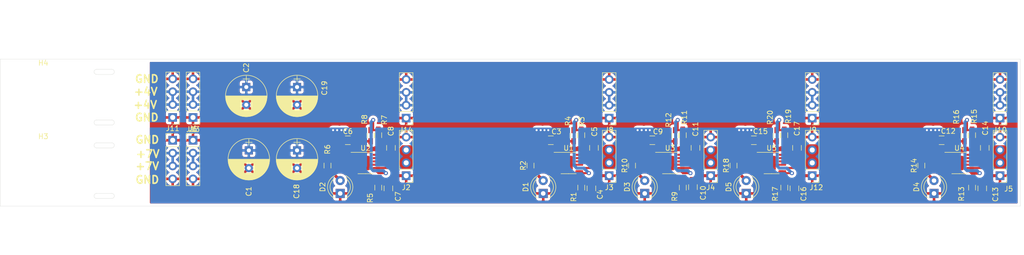
<source format=kicad_pcb>
(kicad_pcb (version 20171130) (host pcbnew "(5.1.9)-1")
  (layers (0 F.Cu signal) (31 B.Cu signal hide) (34 B.Paste user hide) (35 F.Paste user) (36 B.SilkS user hide) (37 F.SilkS user) (38 B.Mask user hide) (39 F.Mask user) (44 Edge.Cuts user))
  (net 0 "")
  (net 1 GND)
  (net 2 VCC)
  (net 3 +4V)
  (net 4 "Net-(C4-Pad1)")
  (net 5 "Net-(C5-Pad1)")
  (net 6 "Net-(C7-Pad1)")
  (net 7 "Net-(C8-Pad1)")
  (net 8 "Net-(C10-Pad1)")
  (net 9 "Net-(C11-Pad1)")
  (net 10 "Net-(C13-Pad1)")
  (net 11 "Net-(C14-Pad1)")
  (net 12 "Net-(C16-Pad1)")
  (net 13 "Net-(C17-Pad1)")
  (net 14 "Net-(D1-Pad2)")
  (net 15 "Net-(D2-Pad2)")
  (net 16 "Net-(D3-Pad2)")
  (net 17 "Net-(D4-Pad2)")
  (net 18 "Net-(D5-Pad2)")
  (net 19 "Net-(R2-Pad2)")
  (net 20 "Net-(R3-Pad2)")
  (net 21 "Net-(R6-Pad2)")
  (net 22 "Net-(R7-Pad2)")
  (net 23 "Net-(R10-Pad2)")
  (net 24 "Net-(R11-Pad2)")
  (net 25 "Net-(R14-Pad2)")
  (net 26 "Net-(R15-Pad2)")
  (net 27 "Net-(R18-Pad2)")
  (net 28 "Net-(R19-Pad2)")
  (module Capacitors_SMD:C_0805_HandSoldering (layer F.Cu) (at 158.5 100)
    (fp_text reference C3 (at 1.1 -1.7) (layer F.SilkS))
    (fp_text value 4u7)
    (pad 2 smd rect (at 1.25 0) (size 1.5 1.25) (layers F.Cu F.Paste F.Mask) (net 1 GND))
    (pad 1 smd rect (at -1.25 0) (size 1.5 1.25) (layers F.Cu F.Paste F.Mask) (net 2 VCC))
  )
  (module Capacitors_SMD:C_0805_HandSoldering (layer F.Cu) (at 166.5 109.5 270)
    (fp_text reference C4 (at 1.2 -1.7 90) (layer F.SilkS))
    (fp_text value 4u7)
    (pad 2 smd rect (at 1.25 0 270) (size 1.5 1.25) (layers F.Cu F.Paste F.Mask) (net 1 GND))
    (pad 1 smd rect (at -1.25 0 270) (size 1.5 1.25) (layers F.Cu F.Paste F.Mask) (net 4 "Net-(C4-Pad1)"))
  )
  (module Capacitors_SMD:C_0805_HandSoldering (layer F.Cu) (at 167 101.5 90)
    (fp_text reference C5 (at 3.2 0.1 90) (layer F.SilkS))
    (fp_text value 10u)
    (pad 1 smd rect (at -1.25 0 90) (size 1.5 1.25) (layers F.Cu F.Paste F.Mask) (net 5 "Net-(C5-Pad1)"))
    (pad 2 smd rect (at 1.25 0 90) (size 1.5 1.25) (layers F.Cu F.Paste F.Mask) (net 1 GND))
  )
  (module Capacitors_SMD:C_0805_HandSoldering (layer F.Cu) (at 118.5 100)
    (fp_text reference C6 (at 0 -1.75) (layer F.SilkS))
    (fp_text value 4u7)
    (pad 2 smd rect (at 1.25 0) (size 1.5 1.25) (layers F.Cu F.Paste F.Mask) (net 1 GND))
    (pad 1 smd rect (at -1.25 0) (size 1.5 1.25) (layers F.Cu F.Paste F.Mask) (net 2 VCC))
  )
  (module Capacitors_SMD:C_0805_HandSoldering (layer F.Cu) (at 126.5 109.5 270)
    (fp_text reference C7 (at 1.6 -1.9 90) (layer F.SilkS))
    (fp_text value 4u7)
    (pad 1 smd rect (at -1.25 0 270) (size 1.5 1.25) (layers F.Cu F.Paste F.Mask) (net 6 "Net-(C7-Pad1)"))
    (pad 2 smd rect (at 1.25 0 270) (size 1.5 1.25) (layers F.Cu F.Paste F.Mask) (net 1 GND))
  )
  (module Capacitors_SMD:C_0805_HandSoldering (layer F.Cu) (at 127 101.5 90)
    (fp_text reference C8 (at 3.3 0 90) (layer F.SilkS))
    (fp_text value 10u)
    (pad 1 smd rect (at -1.25 0 90) (size 1.5 1.25) (layers F.Cu F.Paste F.Mask) (net 7 "Net-(C8-Pad1)"))
    (pad 2 smd rect (at 1.25 0 90) (size 1.5 1.25) (layers F.Cu F.Paste F.Mask) (net 1 GND))
  )
  (module Capacitors_SMD:C_0805_HandSoldering (layer F.Cu) (at 178.5 100)
    (fp_text reference C9 (at 1.1 -1.7) (layer F.SilkS))
    (fp_text value 4u7)
    (pad 2 smd rect (at 1.25 0) (size 1.5 1.25) (layers F.Cu F.Paste F.Mask) (net 1 GND))
    (pad 1 smd rect (at -1.25 0) (size 1.5 1.25) (layers F.Cu F.Paste F.Mask) (net 2 VCC))
  )
  (module Capacitors_SMD:C_0805_HandSoldering (layer F.Cu) (at 186.5 109.25 270)
    (fp_text reference C10 (at 1.15 -2 90) (layer F.SilkS))
    (fp_text value 4u7)
    (pad 2 smd rect (at 1.25 0 270) (size 1.5 1.25) (layers F.Cu F.Paste F.Mask) (net 1 GND))
    (pad 1 smd rect (at -1.25 0 270) (size 1.5 1.25) (layers F.Cu F.Paste F.Mask) (net 8 "Net-(C10-Pad1)"))
  )
  (module Capacitors_SMD:C_0805_HandSoldering (layer F.Cu) (at 187 101.5 90)
    (fp_text reference C11 (at 3.7 0 90) (layer F.SilkS))
    (fp_text value 10u)
    (pad 1 smd rect (at -1.25 0 90) (size 1.5 1.25) (layers F.Cu F.Paste F.Mask) (net 9 "Net-(C11-Pad1)"))
    (pad 2 smd rect (at 1.25 0 90) (size 1.5 1.25) (layers F.Cu F.Paste F.Mask) (net 1 GND))
  )
  (module Capacitors_SMD:C_0805_HandSoldering (layer F.Cu) (at 235.5 100)
    (fp_text reference C12 (at 1.3 -1.8) (layer F.SilkS))
    (fp_text value 4u7)
    (pad 2 smd rect (at 1.25 0) (size 1.5 1.25) (layers F.Cu F.Paste F.Mask) (net 1 GND))
    (pad 1 smd rect (at -1.25 0) (size 1.5 1.25) (layers F.Cu F.Paste F.Mask) (net 2 VCC))
  )
  (module Capacitors_SMD:C_0805_HandSoldering (layer F.Cu) (at 243.5 109.5 270)
    (fp_text reference C13 (at 1.2 -2.6 90) (layer F.SilkS))
    (fp_text value 4u7)
    (pad 1 smd rect (at -1.25 0 270) (size 1.5 1.25) (layers F.Cu F.Paste F.Mask) (net 10 "Net-(C13-Pad1)"))
    (pad 2 smd rect (at 1.25 0 270) (size 1.5 1.25) (layers F.Cu F.Paste F.Mask) (net 1 GND))
  )
  (module Capacitors_SMD:C_0805_HandSoldering (layer F.Cu) (at 244 101.5 90)
    (fp_text reference C14 (at 3.9 0.1 90) (layer F.SilkS))
    (fp_text value 10u)
    (pad 1 smd rect (at -1.25 0 90) (size 1.5 1.25) (layers F.Cu F.Paste F.Mask) (net 11 "Net-(C14-Pad1)"))
    (pad 2 smd rect (at 1.25 0 90) (size 1.5 1.25) (layers F.Cu F.Paste F.Mask) (net 1 GND))
  )
  (module Capacitors_SMD:C_0805_HandSoldering (layer F.Cu) (at 198.5 100)
    (fp_text reference C15 (at 1.3 -1.75) (layer F.SilkS))
    (fp_text value 4u7)
    (pad 2 smd rect (at 1.25 0) (size 1.5 1.25) (layers F.Cu F.Paste F.Mask) (net 1 GND))
    (pad 1 smd rect (at -1.25 0) (size 1.5 1.25) (layers F.Cu F.Paste F.Mask) (net 2 VCC))
  )
  (module Capacitors_SMD:C_0805_HandSoldering (layer F.Cu) (at 206.5 109.5 270)
    (fp_text reference C16 (at 1.1 -1.8 90) (layer F.SilkS))
    (fp_text value 4u7)
    (pad 2 smd rect (at 1.25 0 270) (size 1.5 1.25) (layers F.Cu F.Paste F.Mask) (net 1 GND))
    (pad 1 smd rect (at -1.25 0 270) (size 1.5 1.25) (layers F.Cu F.Paste F.Mask) (net 12 "Net-(C16-Pad1)"))
  )
  (module Capacitors_SMD:C_0805_HandSoldering (layer F.Cu) (at 207 101.5 90)
    (fp_text reference C17 (at 3.8 0 90) (layer F.SilkS))
    (fp_text value 10u)
    (pad 1 smd rect (at -1.25 0 90) (size 1.5 1.25) (layers F.Cu F.Paste F.Mask) (net 13 "Net-(C17-Pad1)"))
    (pad 2 smd rect (at 1.25 0 90) (size 1.5 1.25) (layers F.Cu F.Paste F.Mask) (net 1 GND))
  )
  (module Pin_Headers:Pin_Header_Straight_1x04_Pitch2.54mm (layer F.Cu) (at 88 100)
    (fp_text reference J1 (at 0 -2.33) (layer F.SilkS))
    (fp_text value Conn_01x04)
    (pad 4 thru_hole oval (at 0 7.62) (size 1.7 1.7) (drill 1) (layers *.Cu *.Mask) (net 1 GND))
    (pad 3 thru_hole oval (at 0 5.08) (size 1.7 1.7) (drill 1) (layers *.Cu *.Mask) (net 2 VCC))
    (pad 2 thru_hole oval (at 0 2.54) (size 1.7 1.7) (drill 1) (layers *.Cu *.Mask) (net 2 VCC))
    (pad 1 thru_hole rect (at 0 0) (size 1.7 1.7) (drill 1) (layers *.Cu *.Mask) (net 1 GND))
  )
  (module Pin_Headers:Pin_Header_Straight_1x04_Pitch2.54mm (layer F.Cu) (at 130 107 180)
    (fp_text reference J2 (at 0 -2.33) (layer F.SilkS))
    (fp_text value Conn_01x04)
    (pad 1 thru_hole rect (at 0 0 180) (size 1.7 1.7) (drill 1) (layers *.Cu *.Mask) (net 1 GND))
    (pad 2 thru_hole oval (at 0 2.54 180) (size 1.7 1.7) (drill 1) (layers *.Cu *.Mask) (net 7 "Net-(C8-Pad1)"))
    (pad 3 thru_hole oval (at 0 5.08 180) (size 1.7 1.7) (drill 1) (layers *.Cu *.Mask) (net 7 "Net-(C8-Pad1)"))
    (pad 4 thru_hole oval (at 0 7.62 180) (size 1.7 1.7) (drill 1) (layers *.Cu *.Mask) (net 1 GND))
  )
  (module Pin_Headers:Pin_Header_Straight_1x04_Pitch2.54mm (layer F.Cu) (at 170 107 180)
    (fp_text reference J3 (at 0 -2.33) (layer F.SilkS))
    (fp_text value Conn_01x04)
    (pad 1 thru_hole rect (at 0 0 180) (size 1.7 1.7) (drill 1) (layers *.Cu *.Mask) (net 1 GND))
    (pad 2 thru_hole oval (at 0 2.54 180) (size 1.7 1.7) (drill 1) (layers *.Cu *.Mask) (net 5 "Net-(C5-Pad1)"))
    (pad 3 thru_hole oval (at 0 5.08 180) (size 1.7 1.7) (drill 1) (layers *.Cu *.Mask) (net 5 "Net-(C5-Pad1)"))
    (pad 4 thru_hole oval (at 0 7.62 180) (size 1.7 1.7) (drill 1) (layers *.Cu *.Mask) (net 1 GND))
  )
  (module Pin_Headers:Pin_Header_Straight_1x04_Pitch2.54mm (layer F.Cu) (at 190 107 180)
    (fp_text reference J4 (at 0 -2.33) (layer F.SilkS))
    (fp_text value Conn_01x04)
    (pad 1 thru_hole rect (at 0 0 180) (size 1.7 1.7) (drill 1) (layers *.Cu *.Mask) (net 1 GND))
    (pad 2 thru_hole oval (at 0 2.54 180) (size 1.7 1.7) (drill 1) (layers *.Cu *.Mask) (net 9 "Net-(C11-Pad1)"))
    (pad 3 thru_hole oval (at 0 5.08 180) (size 1.7 1.7) (drill 1) (layers *.Cu *.Mask) (net 9 "Net-(C11-Pad1)"))
    (pad 4 thru_hole oval (at 0 7.62 180) (size 1.7 1.7) (drill 1) (layers *.Cu *.Mask) (net 1 GND))
  )
  (module Pin_Headers:Pin_Header_Straight_1x04_Pitch2.54mm (layer F.Cu) (at 247 107 180)
    (fp_text reference J5 (at -1.7 -2.6) (layer F.SilkS))
    (fp_text value Conn_01x04)
    (pad 4 thru_hole oval (at 0 7.62 180) (size 1.7 1.7) (drill 1) (layers *.Cu *.Mask) (net 1 GND))
    (pad 3 thru_hole oval (at 0 5.08 180) (size 1.7 1.7) (drill 1) (layers *.Cu *.Mask) (net 11 "Net-(C14-Pad1)"))
    (pad 2 thru_hole oval (at 0 2.54 180) (size 1.7 1.7) (drill 1) (layers *.Cu *.Mask) (net 11 "Net-(C14-Pad1)"))
    (pad 1 thru_hole rect (at 0 0 180) (size 1.7 1.7) (drill 1) (layers *.Cu *.Mask) (net 1 GND))
  )
  (module Pin_Headers:Pin_Header_Straight_1x04_Pitch2.54mm (layer F.Cu) (at 88 95.5 180)
    (fp_text reference J6 (at 0 -2.33) (layer F.SilkS))
    (fp_text value Conn_01x04)
    (pad 1 thru_hole rect (at 0 0 180) (size 1.7 1.7) (drill 1) (layers *.Cu *.Mask) (net 1 GND))
    (pad 2 thru_hole oval (at 0 2.54 180) (size 1.7 1.7) (drill 1) (layers *.Cu *.Mask) (net 3 +4V))
    (pad 3 thru_hole oval (at 0 5.08 180) (size 1.7 1.7) (drill 1) (layers *.Cu *.Mask) (net 3 +4V))
    (pad 4 thru_hole oval (at 0 7.62 180) (size 1.7 1.7) (drill 1) (layers *.Cu *.Mask) (net 1 GND))
  )
  (module Pin_Headers:Pin_Header_Straight_1x04_Pitch2.54mm (layer F.Cu) (at 170 95.62 180)
    (fp_text reference J8 (at 0 -2.33) (layer F.SilkS))
    (fp_text value Conn_01x04)
    (pad 4 thru_hole oval (at 0 7.62 180) (size 1.7 1.7) (drill 1) (layers *.Cu *.Mask) (net 1 GND))
    (pad 3 thru_hole oval (at 0 5.08 180) (size 1.7 1.7) (drill 1) (layers *.Cu *.Mask) (net 3 +4V))
    (pad 2 thru_hole oval (at 0 2.54 180) (size 1.7 1.7) (drill 1) (layers *.Cu *.Mask) (net 3 +4V))
    (pad 1 thru_hole rect (at 0 0 180) (size 1.7 1.7) (drill 1) (layers *.Cu *.Mask) (net 1 GND))
  )
  (module Pin_Headers:Pin_Header_Straight_1x04_Pitch2.54mm (layer F.Cu) (at 210 95.62 180)
    (fp_text reference J9 (at 0 -2.33) (layer F.SilkS))
    (fp_text value Conn_01x04)
    (pad 4 thru_hole oval (at 0 7.62 180) (size 1.7 1.7) (drill 1) (layers *.Cu *.Mask) (net 1 GND))
    (pad 3 thru_hole oval (at 0 5.08 180) (size 1.7 1.7) (drill 1) (layers *.Cu *.Mask) (net 3 +4V))
    (pad 2 thru_hole oval (at 0 2.54 180) (size 1.7 1.7) (drill 1) (layers *.Cu *.Mask) (net 3 +4V))
    (pad 1 thru_hole rect (at 0 0 180) (size 1.7 1.7) (drill 1) (layers *.Cu *.Mask) (net 1 GND))
  )
  (module Pin_Headers:Pin_Header_Straight_1x04_Pitch2.54mm (layer F.Cu) (at 247 95.62 180)
    (fp_text reference J10 (at 0 -2.33) (layer F.SilkS))
    (fp_text value Conn_01x04)
    (pad 1 thru_hole rect (at 0 0 180) (size 1.7 1.7) (drill 1) (layers *.Cu *.Mask) (net 1 GND))
    (pad 2 thru_hole oval (at 0 2.54 180) (size 1.7 1.7) (drill 1) (layers *.Cu *.Mask) (net 3 +4V))
    (pad 3 thru_hole oval (at 0 5.08 180) (size 1.7 1.7) (drill 1) (layers *.Cu *.Mask) (net 3 +4V))
    (pad 4 thru_hole oval (at 0 7.62 180) (size 1.7 1.7) (drill 1) (layers *.Cu *.Mask) (net 1 GND))
  )
  (module Pin_Headers:Pin_Header_Straight_1x04_Pitch2.54mm (layer F.Cu) (at 84 100)
    (fp_text reference J11 (at 0 -2.33) (layer F.SilkS))
    (fp_text value Conn_01x04)
    (pad 1 thru_hole rect (at 0 0) (size 1.7 1.7) (drill 1) (layers *.Cu *.Mask) (net 1 GND))
    (pad 2 thru_hole oval (at 0 2.54) (size 1.7 1.7) (drill 1) (layers *.Cu *.Mask) (net 2 VCC))
    (pad 3 thru_hole oval (at 0 5.08) (size 1.7 1.7) (drill 1) (layers *.Cu *.Mask) (net 2 VCC))
    (pad 4 thru_hole oval (at 0 7.62) (size 1.7 1.7) (drill 1) (layers *.Cu *.Mask) (net 1 GND))
  )
  (module Pin_Headers:Pin_Header_Straight_1x04_Pitch2.54mm (layer F.Cu) (at 210 107 180)
    (fp_text reference J12 (at -0.8 -2.33) (layer F.SilkS))
    (fp_text value Conn_01x04)
    (pad 4 thru_hole oval (at 0 7.62 180) (size 1.7 1.7) (drill 1) (layers *.Cu *.Mask) (net 1 GND))
    (pad 3 thru_hole oval (at 0 5.08 180) (size 1.7 1.7) (drill 1) (layers *.Cu *.Mask) (net 13 "Net-(C17-Pad1)"))
    (pad 2 thru_hole oval (at 0 2.54 180) (size 1.7 1.7) (drill 1) (layers *.Cu *.Mask) (net 13 "Net-(C17-Pad1)"))
    (pad 1 thru_hole rect (at 0 0 180) (size 1.7 1.7) (drill 1) (layers *.Cu *.Mask) (net 1 GND))
  )
  (module Package_SO:MSOP-12-1EP_3x4mm_P0.65mm_EP1.65x2.85mm (layer F.Cu) (at 162 104.5)
    (fp_text reference U1 (at 0 -2.95) (layer F.SilkS))
    (fp_text value LT3045xMSE)
    (pad 12 smd roundrect (at 2.15 -1.625) (size 1.45 0.4) (layers F.Cu F.Paste F.Mask) (net 5 "Net-(C5-Pad1)"))
    (pad 11 smd roundrect (at 2.15 -0.975) (size 1.45 0.4) (layers F.Cu F.Paste F.Mask) (net 5 "Net-(C5-Pad1)"))
    (pad 10 smd roundrect (at 2.15 -0.325) (size 1.45 0.4) (layers F.Cu F.Paste F.Mask) (net 5 "Net-(C5-Pad1)"))
    (pad 9 smd roundrect (at 2.15 0.325) (size 1.45 0.4) (layers F.Cu F.Paste F.Mask) (net 1 GND))
    (pad 8 smd roundrect (at 2.15 0.975) (size 1.45 0.4) (layers F.Cu F.Paste F.Mask) (net 4 "Net-(C4-Pad1)"))
    (pad 7 smd roundrect (at 2.15 1.625) (size 1.45 0.4) (layers F.Cu F.Paste F.Mask) (net 20 "Net-(R3-Pad2)"))
    (pad 6 smd roundrect (at -2.15 1.625) (size 1.45 0.4) (layers F.Cu F.Paste F.Mask) (net 1 GND))
    (pad 5 smd roundrect (at -2.15 0.975) (size 1.45 0.4) (layers F.Cu F.Paste F.Mask) (net 19 "Net-(R2-Pad2)"))
    (pad 4 smd roundrect (at -2.15 0.325) (size 1.45 0.4) (layers F.Cu F.Paste F.Mask) (net 2 VCC))
    (pad 3 smd roundrect (at -2.15 -0.325) (size 1.45 0.4) (layers F.Cu F.Paste F.Mask) (net 2 VCC))
    (pad 2 smd roundrect (at -2.15 -0.975) (size 1.45 0.4) (layers F.Cu F.Paste F.Mask) (net 2 VCC))
    (pad 1 smd roundrect (at -2.15 -1.625) (size 1.45 0.4) (layers F.Cu F.Paste F.Mask) (net 2 VCC))
    (pad 13 smd roundrect (at 0 0) (size 1.65 2.85) (layers F.Cu F.Mask) (roundrect_rratio 0.151515) (net 1 GND))
  )
  (module Package_SO:MSOP-12-1EP_3x4mm_P0.65mm_EP1.65x2.85mm (layer F.Cu) (at 122 104.5)
    (fp_text reference U2 (at 0 -2.95) (layer F.SilkS))
    (fp_text value LT3045xMSE)
    (pad 12 smd roundrect (at 2.15 -1.625) (size 1.45 0.4) (layers F.Cu F.Paste F.Mask) (net 7 "Net-(C8-Pad1)"))
    (pad 11 smd roundrect (at 2.15 -0.975) (size 1.45 0.4) (layers F.Cu F.Paste F.Mask) (net 7 "Net-(C8-Pad1)"))
    (pad 10 smd roundrect (at 2.15 -0.325) (size 1.45 0.4) (layers F.Cu F.Paste F.Mask) (net 7 "Net-(C8-Pad1)"))
    (pad 9 smd roundrect (at 2.15 0.325) (size 1.45 0.4) (layers F.Cu F.Paste F.Mask) (net 1 GND))
    (pad 8 smd roundrect (at 2.15 0.975) (size 1.45 0.4) (layers F.Cu F.Paste F.Mask) (net 6 "Net-(C7-Pad1)"))
    (pad 7 smd roundrect (at 2.15 1.625) (size 1.45 0.4) (layers F.Cu F.Paste F.Mask) (net 22 "Net-(R7-Pad2)"))
    (pad 6 smd roundrect (at -2.15 1.625) (size 1.45 0.4) (layers F.Cu F.Paste F.Mask) (net 1 GND))
    (pad 5 smd roundrect (at -2.15 0.975) (size 1.45 0.4) (layers F.Cu F.Paste F.Mask) (net 21 "Net-(R6-Pad2)"))
    (pad 4 smd roundrect (at -2.15 0.325) (size 1.45 0.4) (layers F.Cu F.Paste F.Mask) (net 2 VCC))
    (pad 3 smd roundrect (at -2.15 -0.325) (size 1.45 0.4) (layers F.Cu F.Paste F.Mask) (net 2 VCC))
    (pad 2 smd roundrect (at -2.15 -0.975) (size 1.45 0.4) (layers F.Cu F.Paste F.Mask) (net 2 VCC))
    (pad 1 smd roundrect (at -2.15 -1.625) (size 1.45 0.4) (layers F.Cu F.Paste F.Mask) (net 2 VCC))
    (pad 13 smd roundrect (at 0 0) (size 1.65 2.85) (layers F.Cu F.Mask) (roundrect_rratio 0.151515) (net 1 GND))
  )
  (module Package_SO:MSOP-12-1EP_3x4mm_P0.65mm_EP1.65x2.85mm (layer F.Cu) (at 182 104.5)
    (fp_text reference U3 (at 0 -2.95) (layer F.SilkS))
    (fp_text value LT3045xMSE)
    (pad 13 smd roundrect (at 0 0) (size 1.65 2.85) (layers F.Cu F.Mask) (roundrect_rratio 0.151515) (net 1 GND))
    (pad 1 smd roundrect (at -2.15 -1.625) (size 1.45 0.4) (layers F.Cu F.Paste F.Mask) (net 2 VCC))
    (pad 2 smd roundrect (at -2.15 -0.975) (size 1.45 0.4) (layers F.Cu F.Paste F.Mask) (net 2 VCC))
    (pad 3 smd roundrect (at -2.15 -0.325) (size 1.45 0.4) (layers F.Cu F.Paste F.Mask) (net 2 VCC))
    (pad 4 smd roundrect (at -2.15 0.325) (size 1.45 0.4) (layers F.Cu F.Paste F.Mask) (net 2 VCC))
    (pad 5 smd roundrect (at -2.15 0.975) (size 1.45 0.4) (layers F.Cu F.Paste F.Mask) (net 23 "Net-(R10-Pad2)"))
    (pad 6 smd roundrect (at -2.15 1.625) (size 1.45 0.4) (layers F.Cu F.Paste F.Mask) (net 1 GND))
    (pad 7 smd roundrect (at 2.15 1.625) (size 1.45 0.4) (layers F.Cu F.Paste F.Mask) (net 24 "Net-(R11-Pad2)"))
    (pad 8 smd roundrect (at 2.15 0.975) (size 1.45 0.4) (layers F.Cu F.Paste F.Mask) (net 8 "Net-(C10-Pad1)"))
    (pad 9 smd roundrect (at 2.15 0.325) (size 1.45 0.4) (layers F.Cu F.Paste F.Mask) (net 1 GND))
    (pad 10 smd roundrect (at 2.15 -0.325) (size 1.45 0.4) (layers F.Cu F.Paste F.Mask) (net 9 "Net-(C11-Pad1)"))
    (pad 11 smd roundrect (at 2.15 -0.975) (size 1.45 0.4) (layers F.Cu F.Paste F.Mask) (net 9 "Net-(C11-Pad1)"))
    (pad 12 smd roundrect (at 2.15 -1.625) (size 1.45 0.4) (layers F.Cu F.Paste F.Mask) (net 9 "Net-(C11-Pad1)"))
  )
  (module Package_SO:MSOP-12-1EP_3x4mm_P0.65mm_EP1.65x2.85mm (layer F.Cu) (at 239 104.5)
    (fp_text reference U4 (at 0 -2.95) (layer F.SilkS))
    (fp_text value LT3045xMSE)
    (pad 13 smd roundrect (at 0 0) (size 1.65 2.85) (layers F.Cu F.Mask) (roundrect_rratio 0.151515) (net 1 GND))
    (pad 1 smd roundrect (at -2.15 -1.625) (size 1.45 0.4) (layers F.Cu F.Paste F.Mask) (net 2 VCC))
    (pad 2 smd roundrect (at -2.15 -0.975) (size 1.45 0.4) (layers F.Cu F.Paste F.Mask) (net 2 VCC))
    (pad 3 smd roundrect (at -2.15 -0.325) (size 1.45 0.4) (layers F.Cu F.Paste F.Mask) (net 2 VCC))
    (pad 4 smd roundrect (at -2.15 0.325) (size 1.45 0.4) (layers F.Cu F.Paste F.Mask) (net 2 VCC))
    (pad 5 smd roundrect (at -2.15 0.975) (size 1.45 0.4) (layers F.Cu F.Paste F.Mask) (net 25 "Net-(R14-Pad2)"))
    (pad 6 smd roundrect (at -2.15 1.625) (size 1.45 0.4) (layers F.Cu F.Paste F.Mask) (net 1 GND))
    (pad 7 smd roundrect (at 2.15 1.625) (size 1.45 0.4) (layers F.Cu F.Paste F.Mask) (net 26 "Net-(R15-Pad2)"))
    (pad 8 smd roundrect (at 2.15 0.975) (size 1.45 0.4) (layers F.Cu F.Paste F.Mask) (net 10 "Net-(C13-Pad1)"))
    (pad 9 smd roundrect (at 2.15 0.325) (size 1.45 0.4) (layers F.Cu F.Paste F.Mask) (net 1 GND))
    (pad 10 smd roundrect (at 2.15 -0.325) (size 1.45 0.4) (layers F.Cu F.Paste F.Mask) (net 11 "Net-(C14-Pad1)"))
    (pad 11 smd roundrect (at 2.15 -0.975) (size 1.45 0.4) (layers F.Cu F.Paste F.Mask) (net 11 "Net-(C14-Pad1)"))
    (pad 12 smd roundrect (at 2.15 -1.625) (size 1.45 0.4) (layers F.Cu F.Paste F.Mask) (net 11 "Net-(C14-Pad1)"))
  )
  (module Package_SO:MSOP-12-1EP_3x4mm_P0.65mm_EP1.65x2.85mm (layer F.Cu) (at 202 104.5)
    (fp_text reference U5 (at 0 -2.95) (layer F.SilkS))
    (fp_text value LT3045xMSE)
    (pad 13 smd roundrect (at 0 0) (size 1.65 2.85) (layers F.Cu F.Mask) (roundrect_rratio 0.151515) (net 1 GND))
    (pad 1 smd roundrect (at -2.15 -1.625) (size 1.45 0.4) (layers F.Cu F.Paste F.Mask) (net 2 VCC))
    (pad 2 smd roundrect (at -2.15 -0.975) (size 1.45 0.4) (layers F.Cu F.Paste F.Mask) (net 2 VCC))
    (pad 3 smd roundrect (at -2.15 -0.325) (size 1.45 0.4) (layers F.Cu F.Paste F.Mask) (net 2 VCC))
    (pad 4 smd roundrect (at -2.15 0.325) (size 1.45 0.4) (layers F.Cu F.Paste F.Mask) (net 2 VCC))
    (pad 5 smd roundrect (at -2.15 0.975) (size 1.45 0.4) (layers F.Cu F.Paste F.Mask) (net 27 "Net-(R18-Pad2)"))
    (pad 6 smd roundrect (at -2.15 1.625) (size 1.45 0.4) (layers F.Cu F.Paste F.Mask) (net 1 GND))
    (pad 7 smd roundrect (at 2.15 1.625) (size 1.45 0.4) (layers F.Cu F.Paste F.Mask) (net 28 "Net-(R19-Pad2)"))
    (pad 8 smd roundrect (at 2.15 0.975) (size 1.45 0.4) (layers F.Cu F.Paste F.Mask) (net 12 "Net-(C16-Pad1)"))
    (pad 9 smd roundrect (at 2.15 0.325) (size 1.45 0.4) (layers F.Cu F.Paste F.Mask) (net 1 GND))
    (pad 10 smd roundrect (at 2.15 -0.325) (size 1.45 0.4) (layers F.Cu F.Paste F.Mask) (net 13 "Net-(C17-Pad1)"))
    (pad 11 smd roundrect (at 2.15 -0.975) (size 1.45 0.4) (layers F.Cu F.Paste F.Mask) (net 13 "Net-(C17-Pad1)"))
    (pad 12 smd roundrect (at 2.15 -1.625) (size 1.45 0.4) (layers F.Cu F.Paste F.Mask) (net 13 "Net-(C17-Pad1)"))
  )
  (module LEDs:LED_D4.0mm (layer F.Cu) (at 157 110.5 90)
    (fp_text reference D1 (at 1.27 -3.46 90) (layer F.SilkS))
    (fp_text value LED)
    (pad 2 thru_hole circle (at 2.54 0 90) (size 1.8 1.8) (drill 0.9) (layers *.Cu *.Mask) (net 14 "Net-(D1-Pad2)"))
    (pad 1 thru_hole rect (at 0 0 90) (size 1.8 1.8) (drill 0.9) (layers *.Cu *.Mask) (net 1 GND))
  )
  (module LEDs:LED_D4.0mm (layer F.Cu) (at 117 110.5 90)
    (fp_text reference D2 (at 1.27 -3.46 90) (layer F.SilkS))
    (fp_text value LED)
    (pad 2 thru_hole circle (at 2.54 0 90) (size 1.8 1.8) (drill 0.9) (layers *.Cu *.Mask) (net 15 "Net-(D2-Pad2)"))
    (pad 1 thru_hole rect (at 0 0 90) (size 1.8 1.8) (drill 0.9) (layers *.Cu *.Mask) (net 1 GND))
  )
  (module LEDs:LED_D4.0mm (layer F.Cu) (at 177 110.5 90)
    (fp_text reference D3 (at 1.27 -3.46 90) (layer F.SilkS))
    (fp_text value LED)
    (pad 1 thru_hole rect (at 0 0 90) (size 1.8 1.8) (drill 0.9) (layers *.Cu *.Mask) (net 1 GND))
    (pad 2 thru_hole circle (at 2.54 0 90) (size 1.8 1.8) (drill 0.9) (layers *.Cu *.Mask) (net 16 "Net-(D3-Pad2)"))
  )
  (module LEDs:LED_D4.0mm (layer F.Cu) (at 234 110.5 90)
    (fp_text reference D4 (at 1.27 -3.46 90) (layer F.SilkS))
    (fp_text value LED)
    (pad 2 thru_hole circle (at 2.54 0 90) (size 1.8 1.8) (drill 0.9) (layers *.Cu *.Mask) (net 17 "Net-(D4-Pad2)"))
    (pad 1 thru_hole rect (at 0 0 90) (size 1.8 1.8) (drill 0.9) (layers *.Cu *.Mask) (net 1 GND))
  )
  (module LEDs:LED_D4.0mm (layer F.Cu) (at 197 110.5 90)
    (fp_text reference D5 (at 1.27 -3.46 90) (layer F.SilkS))
    (fp_text value LED)
    (pad 1 thru_hole rect (at 0 0 90) (size 1.8 1.8) (drill 0.9) (layers *.Cu *.Mask) (net 1 GND))
    (pad 2 thru_hole circle (at 2.54 0 90) (size 1.8 1.8) (drill 0.9) (layers *.Cu *.Mask) (net 18 "Net-(D5-Pad2)"))
  )
  (module Resistors_SMD:R_0603_HandSoldering (layer F.Cu) (at 164.5 109.35 270)
    (fp_text reference R1 (at 1.85 1.5 90) (layer F.SilkS))
    (fp_text value 62R)
    (pad 2 smd rect (at 1.1 0 270) (size 1.2 0.9) (layers F.Cu F.Paste F.Mask) (net 1 GND))
    (pad 1 smd rect (at -1.1 0 270) (size 1.2 0.9) (layers F.Cu F.Paste F.Mask) (net 4 "Net-(C4-Pad1)"))
  )
  (module Resistors_SMD:R_0603_HandSoldering (layer F.Cu) (at 154.5 105 90)
    (fp_text reference R2 (at 0 -1.45 90) (layer F.SilkS))
    (fp_text value R)
    (pad 1 smd rect (at -1.1 0 90) (size 1.2 0.9) (layers F.Cu F.Paste F.Mask) (net 14 "Net-(D1-Pad2)"))
    (pad 2 smd rect (at 1.1 0 90) (size 1.2 0.9) (layers F.Cu F.Paste F.Mask) (net 19 "Net-(R2-Pad2)"))
  )
  (module Resistors_SMD:R_0603_HandSoldering (layer F.Cu) (at 164.5 99 90)
    (fp_text reference R3 (at 2.7 0.1 90) (layer F.SilkS))
    (fp_text value 620k)
    (pad 2 smd rect (at 1.1 0 90) (size 1.2 0.9) (layers F.Cu F.Paste F.Mask) (net 20 "Net-(R3-Pad2)"))
    (pad 1 smd rect (at -1.1 0 90) (size 1.2 0.9) (layers F.Cu F.Paste F.Mask) (net 5 "Net-(C5-Pad1)"))
  )
  (module Resistors_SMD:R_0603_HandSoldering (layer F.Cu) (at 163 99.1 90)
    (fp_text reference R4 (at 2.9 -1.1 90) (layer F.SilkS))
    (fp_text value 33k)
    (pad 1 smd rect (at -1.1 0 90) (size 1.2 0.9) (layers F.Cu F.Paste F.Mask) (net 1 GND))
    (pad 2 smd rect (at 1.1 0 90) (size 1.2 0.9) (layers F.Cu F.Paste F.Mask) (net 20 "Net-(R3-Pad2)"))
  )
  (module Resistors_SMD:R_0603_HandSoldering (layer F.Cu) (at 124.5 109.35 270)
    (fp_text reference R5 (at 2.05 1.6 90) (layer F.SilkS))
    (fp_text value 62R)
    (pad 1 smd rect (at -1.1 0 270) (size 1.2 0.9) (layers F.Cu F.Paste F.Mask) (net 6 "Net-(C7-Pad1)"))
    (pad 2 smd rect (at 1.1 0 270) (size 1.2 0.9) (layers F.Cu F.Paste F.Mask) (net 1 GND))
  )
  (module Resistors_SMD:R_0603_HandSoldering (layer F.Cu) (at 114.5 105 90)
    (fp_text reference R6 (at 3.2 0 90) (layer F.SilkS))
    (fp_text value R)
    (pad 2 smd rect (at 1.1 0 90) (size 1.2 0.9) (layers F.Cu F.Paste F.Mask) (net 21 "Net-(R6-Pad2)"))
    (pad 1 smd rect (at -1.1 0 90) (size 1.2 0.9) (layers F.Cu F.Paste F.Mask) (net 15 "Net-(D2-Pad2)"))
  )
  (module Resistors_SMD:R_0603_HandSoldering (layer F.Cu) (at 124.5 99 90)
    (fp_text reference R7 (at 3 1.2 90) (layer F.SilkS))
    (fp_text value 620k)
    (pad 2 smd rect (at 1.1 0 90) (size 1.2 0.9) (layers F.Cu F.Paste F.Mask) (net 22 "Net-(R7-Pad2)"))
    (pad 1 smd rect (at -1.1 0 90) (size 1.2 0.9) (layers F.Cu F.Paste F.Mask) (net 7 "Net-(C8-Pad1)"))
  )
  (module Resistors_SMD:R_0603_HandSoldering (layer F.Cu) (at 123 99.1 90)
    (fp_text reference R8 (at 3.2 -1.2 90) (layer F.SilkS))
    (fp_text value 33k)
    (pad 1 smd rect (at -1.1 0 90) (size 1.2 0.9) (layers F.Cu F.Paste F.Mask) (net 1 GND))
    (pad 2 smd rect (at 1.1 0 90) (size 1.2 0.9) (layers F.Cu F.Paste F.Mask) (net 22 "Net-(R7-Pad2)"))
  )
  (module Resistors_SMD:R_0603_HandSoldering (layer F.Cu) (at 184.5 109.35 270)
    (fp_text reference R9 (at 1.75 1.6 90) (layer F.SilkS))
    (fp_text value 62R)
    (pad 2 smd rect (at 1.1 0 270) (size 1.2 0.9) (layers F.Cu F.Paste F.Mask) (net 1 GND))
    (pad 1 smd rect (at -1.1 0 270) (size 1.2 0.9) (layers F.Cu F.Paste F.Mask) (net 8 "Net-(C10-Pad1)"))
  )
  (module Resistors_SMD:R_0603_HandSoldering (layer F.Cu) (at 174.5 105 90)
    (fp_text reference R10 (at 0 -1.45 90) (layer F.SilkS))
    (fp_text value R)
    (pad 1 smd rect (at -1.1 0 90) (size 1.2 0.9) (layers F.Cu F.Paste F.Mask) (net 16 "Net-(D3-Pad2)"))
    (pad 2 smd rect (at 1.1 0 90) (size 1.2 0.9) (layers F.Cu F.Paste F.Mask) (net 23 "Net-(R10-Pad2)"))
  )
  (module Resistors_SMD:R_0603_HandSoldering (layer F.Cu) (at 184.5 99 90)
    (fp_text reference R11 (at 3.5 0.3 90) (layer F.SilkS))
    (fp_text value 620k)
    (pad 1 smd rect (at -1.1 0 90) (size 1.2 0.9) (layers F.Cu F.Paste F.Mask) (net 9 "Net-(C11-Pad1)"))
    (pad 2 smd rect (at 1.1 0 90) (size 1.2 0.9) (layers F.Cu F.Paste F.Mask) (net 24 "Net-(R11-Pad2)"))
  )
  (module Resistors_SMD:R_0603_HandSoldering (layer F.Cu) (at 183 99.1 90)
    (fp_text reference R12 (at 3.1 -1.3 90) (layer F.SilkS))
    (fp_text value 33k)
    (pad 2 smd rect (at 1.1 0 90) (size 1.2 0.9) (layers F.Cu F.Paste F.Mask) (net 24 "Net-(R11-Pad2)"))
    (pad 1 smd rect (at -1.1 0 90) (size 1.2 0.9) (layers F.Cu F.Paste F.Mask) (net 1 GND))
  )
  (module Resistors_SMD:R_0603_HandSoldering (layer F.Cu) (at 241.5 109.35 270)
    (fp_text reference R13 (at 1.25 2.1 90) (layer F.SilkS))
    (fp_text value 62R)
    (pad 2 smd rect (at 1.1 0 270) (size 1.2 0.9) (layers F.Cu F.Paste F.Mask) (net 1 GND))
    (pad 1 smd rect (at -1.1 0 270) (size 1.2 0.9) (layers F.Cu F.Paste F.Mask) (net 10 "Net-(C13-Pad1)"))
  )
  (module Resistors_SMD:R_0603_HandSoldering (layer F.Cu) (at 231.5 105 90)
    (fp_text reference R14 (at 0 -1.45 90) (layer F.SilkS))
    (fp_text value R)
    (pad 1 smd rect (at -1.1 0 90) (size 1.2 0.9) (layers F.Cu F.Paste F.Mask) (net 17 "Net-(D4-Pad2)"))
    (pad 2 smd rect (at 1.1 0 90) (size 1.2 0.9) (layers F.Cu F.Paste F.Mask) (net 25 "Net-(R14-Pad2)"))
  )
  (module Resistors_SMD:R_0603_HandSoldering (layer F.Cu) (at 241.5 99 90)
    (fp_text reference R15 (at 3.7 0.4 90) (layer F.SilkS))
    (fp_text value 620k)
    (pad 2 smd rect (at 1.1 0 90) (size 1.2 0.9) (layers F.Cu F.Paste F.Mask) (net 26 "Net-(R15-Pad2)"))
    (pad 1 smd rect (at -1.1 0 90) (size 1.2 0.9) (layers F.Cu F.Paste F.Mask) (net 11 "Net-(C14-Pad1)"))
  )
  (module Resistors_SMD:R_0603_HandSoldering (layer F.Cu) (at 240 99.1 90)
    (fp_text reference R16 (at 3.7 -1.6 90) (layer F.SilkS))
    (fp_text value 33k)
    (pad 1 smd rect (at -1.1 0 90) (size 1.2 0.9) (layers F.Cu F.Paste F.Mask) (net 1 GND))
    (pad 2 smd rect (at 1.1 0 90) (size 1.2 0.9) (layers F.Cu F.Paste F.Mask) (net 26 "Net-(R15-Pad2)"))
  )
  (module Resistors_SMD:R_0603_HandSoldering (layer F.Cu) (at 204.5 109.35 270)
    (fp_text reference R17 (at 1.25 1.8 90) (layer F.SilkS))
    (fp_text value 62R)
    (pad 2 smd rect (at 1.1 0 270) (size 1.2 0.9) (layers F.Cu F.Paste F.Mask) (net 1 GND))
    (pad 1 smd rect (at -1.1 0 270) (size 1.2 0.9) (layers F.Cu F.Paste F.Mask) (net 12 "Net-(C16-Pad1)"))
  )
  (module Resistors_SMD:R_0603_HandSoldering (layer F.Cu) (at 194.5 105 90)
    (fp_text reference R18 (at 0 -1.45 90) (layer F.SilkS))
    (fp_text value R)
    (pad 1 smd rect (at -1.1 0 90) (size 1.2 0.9) (layers F.Cu F.Paste F.Mask) (net 18 "Net-(D5-Pad2)"))
    (pad 2 smd rect (at 1.1 0 90) (size 1.2 0.9) (layers F.Cu F.Paste F.Mask) (net 27 "Net-(R18-Pad2)"))
  )
  (module Resistors_SMD:R_0603_HandSoldering (layer F.Cu) (at 204.5 99 90)
    (fp_text reference R19 (at 3.7 0.8 90) (layer F.SilkS))
    (fp_text value 620k)
    (pad 2 smd rect (at 1.1 0 90) (size 1.2 0.9) (layers F.Cu F.Paste F.Mask) (net 28 "Net-(R19-Pad2)"))
    (pad 1 smd rect (at -1.1 0 90) (size 1.2 0.9) (layers F.Cu F.Paste F.Mask) (net 13 "Net-(C17-Pad1)"))
  )
  (module Resistors_SMD:R_0603_HandSoldering (layer F.Cu) (at 203 99.1 90)
    (fp_text reference R20 (at 3.6 -1.3 90) (layer F.SilkS))
    (fp_text value 33k)
    (pad 1 smd rect (at -1.1 0 90) (size 1.2 0.9) (layers F.Cu F.Paste F.Mask) (net 1 GND))
    (pad 2 smd rect (at 1.1 0 90) (size 1.2 0.9) (layers F.Cu F.Paste F.Mask) (net 28 "Net-(R19-Pad2)"))
  )
  (module Pin_Headers:Pin_Header_Straight_1x04_Pitch2.54mm (layer F.Cu) (at 84 95.5 180)
    (fp_text reference J13 (at -4 -2.33) (layer F.SilkS))
    (fp_text value Conn_01x04)
    (pad 4 thru_hole oval (at 0 7.62 180) (size 1.7 1.7) (drill 1) (layers *.Cu *.Mask) (net 1 GND))
    (pad 3 thru_hole oval (at 0 5.08 180) (size 1.7 1.7) (drill 1) (layers *.Cu *.Mask) (net 3 +4V))
    (pad 2 thru_hole oval (at 0 2.54 180) (size 1.7 1.7) (drill 1) (layers *.Cu *.Mask) (net 3 +4V))
    (pad 1 thru_hole rect (at 0 0 180) (size 1.7 1.7) (drill 1) (layers *.Cu *.Mask) (net 1 GND))
  )
  (module Pin_Headers:Pin_Header_Straight_1x04_Pitch2.54mm (layer F.Cu) (at 130 95.62 180)
    (fp_text reference J14 (at 0 -2.33) (layer F.SilkS))
    (fp_text value Conn_01x04)
    (pad 1 thru_hole rect (at 0 0 180) (size 1.7 1.7) (drill 1) (layers *.Cu *.Mask) (net 1 GND))
    (pad 2 thru_hole oval (at 0 2.54 180) (size 1.7 1.7) (drill 1) (layers *.Cu *.Mask) (net 3 +4V))
    (pad 3 thru_hole oval (at 0 5.08 180) (size 1.7 1.7) (drill 1) (layers *.Cu *.Mask) (net 3 +4V))
    (pad 4 thru_hole oval (at 0 7.62 180) (size 1.7 1.7) (drill 1) (layers *.Cu *.Mask) (net 1 GND))
  )
  (module Capacitors_ThroughHole:CP_Radial_D8.0mm_P3.50mm (layer F.Cu) (at 99 102 270)
    (fp_text reference C1 (at 8.1 0 90) (layer F.SilkS))
    (fp_text value CP)
    (pad 1 thru_hole rect (at 0 0 270) (size 1.6 1.6) (drill 0.8) (layers *.Cu *.Mask) (net 2 VCC))
    (pad 2 thru_hole circle (at 3.5 0 270) (size 1.6 1.6) (drill 0.8) (layers *.Cu *.Mask) (net 1 GND))
  )
  (module Capacitors_ThroughHole:CP_Radial_D8.0mm_P3.50mm (layer F.Cu) (at 98.5 89.5 270)
    (fp_text reference C2 (at -3.8 0 90) (layer F.SilkS))
    (fp_text value CP)
    (pad 2 thru_hole circle (at 3.5 0 270) (size 1.6 1.6) (drill 0.8) (layers *.Cu *.Mask) (net 1 GND))
    (pad 1 thru_hole rect (at 0 0 270) (size 1.6 1.6) (drill 0.8) (layers *.Cu *.Mask) (net 3 +4V))
  )
  (module Capacitors_ThroughHole:CP_Radial_D8.0mm_P3.50mm (layer F.Cu) (at 108.5 102 270)
    (fp_text reference C18 (at 8.1 0.1 90) (layer F.SilkS))
    (fp_text value CP)
    (pad 1 thru_hole rect (at 0 0 270) (size 1.6 1.6) (drill 0.8) (layers *.Cu *.Mask) (net 2 VCC))
    (pad 2 thru_hole circle (at 3.5 0 270) (size 1.6 1.6) (drill 0.8) (layers *.Cu *.Mask) (net 1 GND))
  )
  (module Capacitors_ThroughHole:CP_Radial_D8.0mm_P3.50mm (layer F.Cu) (at 108.5 89.5 270)
    (fp_text reference C19 (at 0.2 -5.4 90) (layer F.SilkS))
    (fp_text value CP)
    (pad 2 thru_hole circle (at 3.5 0 270) (size 1.6 1.6) (drill 0.8) (layers *.Cu *.Mask) (net 1 GND))
    (pad 1 thru_hole rect (at 0 0 270) (size 1.6 1.6) (drill 0.8) (layers *.Cu *.Mask) (net 3 +4V))
  )
  (module Mounting_Holes:MountingHole_5.5mm (layer F.Cu) (at 58.5 105.75)
    (fp_text reference H3 (at 0 -6.5) (layer F.SilkS))
    (fp_text value MountingHole)
    (pad 1 np_thru_hole circle (at 0 0) (size 5.5 5.5) (drill 5.5) (layers *.Cu *.Mask))
  )
  (module Mounting_Holes:MountingHole_5.5mm (layer F.Cu) (at 58.5 91.25)
    (fp_text reference H4 (at 0 -6.5) (layer F.SilkS))
    (fp_text value MountingHole)
    (pad 1 np_thru_hole circle (at 0 0) (size 5.5 5.5) (drill 5.5) (layers *.Cu *.Mask))
  )
  (gr_text +7V (at 79.1 102.7) (layer F.SilkS) (effects (font (size 1.5 1.5) (thickness 0.3))))
  (gr_text +7V (at 79 105.1) (layer F.SilkS) (effects (font (size 1.5 1.5) (thickness 0.3))))
  (gr_text GND (at 79 107.8) (layer F.SilkS) (effects (font (size 1.5 1.5) (thickness 0.3))))
  (gr_text GND (at 79 99.9) (layer F.SilkS) (effects (font (size 1.5 1.5) (thickness 0.3))))
  (gr_text GND (at 78.9 95.5) (layer F.SilkS) (effects (font (size 1.5 1.5) (thickness 0.3))))
  (gr_text GND (at 78.9 87.9) (layer F.SilkS) (effects (font (size 1.5 1.5) (thickness 0.3))))
  (gr_text +4V (at 78.6 93) (layer F.SilkS) (effects (font (size 1.5 1.5) (thickness 0.3))))
  (gr_text +4V (at 78.7 90.4) (layer F.SilkS) (effects (font (size 1.5 1.5) (thickness 0.3))))
  (gr_line (start 72 110.5) (end 69 110.5) (layer Edge.Cuts) (width 0.05))
  (gr_line (start 72 100.5) (end 69 100.5) (layer Edge.Cuts) (width 0.05))
  (gr_line (start 72 96) (end 69 96) (layer Edge.Cuts) (width 0.05))
  (gr_line (start 72 111.5) (end 69 111.5) (layer Edge.Cuts) (width 0.05))
  (gr_line (start 72 101.5) (end 69 101.5) (layer Edge.Cuts) (width 0.05))
  (gr_line (start 72 97) (end 69 97) (layer Edge.Cuts) (width 0.05))
  (gr_arc (start 69 111) (end 69 111.5) (angle 180) (layer Edge.Cuts) (width 0.05))
  (gr_arc (start 69 101) (end 69 101.5) (angle 180) (layer Edge.Cuts) (width 0.05))
  (gr_arc (start 69 96.5) (end 69 97) (angle 180) (layer Edge.Cuts) (width 0.05))
  (gr_arc (start 72 111) (end 72 111.5) (angle -180) (layer Edge.Cuts) (width 0.05))
  (gr_arc (start 72 101) (end 72 101.5) (angle -180) (layer Edge.Cuts) (width 0.05))
  (gr_arc (start 72 96.5) (end 72 97) (angle -180) (layer Edge.Cuts) (width 0.05))
  (gr_line (start 72 87) (end 69 87) (layer Edge.Cuts) (width 0.05))
  (gr_arc (start 69 86.5) (end 69 87) (angle 180) (layer Edge.Cuts) (width 0.05))
  (gr_line (start 72 86) (end 69 86) (layer Edge.Cuts) (width 0.05))
  (gr_arc (start 72 86.5) (end 72 87) (angle -180) (layer Edge.Cuts) (width 0.05))
  (gr_line (start 251 113) (end 50 113) (layer Edge.Cuts) (width 0.05))
  (gr_line (start 251 84) (end 251 113) (layer Edge.Cuts) (width 0.05))
  (gr_line (start 50 84) (end 251 84) (layer Edge.Cuts) (width 0.05))
  (gr_line (start 50 113) (end 50 84) (layer Edge.Cuts) (width 0.05))
  (segment (start 130 107) (end 128.75 107) (width 0.6) (layer F.Cu) (net 1))
  (segment (start 122.325 104.825) (end 124.15 104.825) (width 0.4) (layer F.Cu) (net 1))
  (segment (start 122 104.5) (end 122.325 104.825) (width 0.4) (layer F.Cu) (net 1))
  (segment (start 121.8 106.125) (end 122 105.925) (width 0.4) (layer F.Cu) (net 1))
  (segment (start 122 105.925) (end 122 104.5) (width 0.4) (layer F.Cu) (net 1))
  (segment (start 119.85 106.125) (end 121.8 106.125) (width 0.4) (layer F.Cu) (net 1))
  (segment (start 118.5 110.5) (end 119.7 110.5) (width 0.4) (layer F.Cu) (net 1))
  (segment (start 126.2 110.2) (end 126.5 110.5) (width 0.4) (layer F.Cu) (net 1))
  (segment (start 125 110.2) (end 126.2 110.2) (width 0.4) (layer F.Cu) (net 1))
  (segment (start 170 107) (end 168.75 107) (width 0.6) (layer F.Cu) (net 1))
  (segment (start 162.325 104.825) (end 164.15 104.825) (width 0.4) (layer F.Cu) (net 1))
  (segment (start 162 104.5) (end 162.325 104.825) (width 0.4) (layer F.Cu) (net 1))
  (segment (start 161.8 106.125) (end 162 105.925) (width 0.4) (layer F.Cu) (net 1))
  (segment (start 162 105.925) (end 162 104.5) (width 0.4) (layer F.Cu) (net 1))
  (segment (start 159.85 106.125) (end 161.8 106.125) (width 0.4) (layer F.Cu) (net 1))
  (segment (start 158.5 110.5) (end 159.7 110.5) (width 0.4) (layer F.Cu) (net 1))
  (segment (start 166.2 110.2) (end 166.5 110.5) (width 0.4) (layer F.Cu) (net 1))
  (segment (start 165 110.2) (end 166.2 110.2) (width 0.4) (layer F.Cu) (net 1))
  (segment (start 190 107) (end 188.75 107) (width 0.6) (layer F.Cu) (net 1))
  (segment (start 182.325 104.825) (end 184.15 104.825) (width 0.4) (layer F.Cu) (net 1))
  (segment (start 182 104.5) (end 182.325 104.825) (width 0.4) (layer F.Cu) (net 1))
  (segment (start 181.8 106.125) (end 182 105.925) (width 0.4) (layer F.Cu) (net 1))
  (segment (start 182 105.925) (end 182 104.5) (width 0.4) (layer F.Cu) (net 1))
  (segment (start 179.85 106.125) (end 181.8 106.125) (width 0.4) (layer F.Cu) (net 1))
  (segment (start 178.5 110.5) (end 179.7 110.5) (width 0.4) (layer F.Cu) (net 1))
  (segment (start 186.2 110.2) (end 186.5 110.5) (width 0.4) (layer F.Cu) (net 1))
  (segment (start 185 110.2) (end 186.2 110.2) (width 0.4) (layer F.Cu) (net 1))
  (segment (start 247 107) (end 245.75 107) (width 0.6) (layer F.Cu) (net 1))
  (segment (start 239.325 104.825) (end 241.15 104.825) (width 0.4) (layer F.Cu) (net 1))
  (segment (start 239 104.5) (end 239.325 104.825) (width 0.4) (layer F.Cu) (net 1))
  (segment (start 238.8 106.125) (end 239 105.925) (width 0.4) (layer F.Cu) (net 1))
  (segment (start 239 105.925) (end 239 104.5) (width 0.4) (layer F.Cu) (net 1))
  (segment (start 236.85 106.125) (end 238.8 106.125) (width 0.4) (layer F.Cu) (net 1))
  (segment (start 235.5 110.5) (end 236.7 110.5) (width 0.4) (layer F.Cu) (net 1))
  (segment (start 243.2 110.2) (end 243.5 110.5) (width 0.4) (layer F.Cu) (net 1))
  (segment (start 242 110.2) (end 243.2 110.2) (width 0.4) (layer F.Cu) (net 1))
  (segment (start 210 107) (end 208.75 107) (width 0.6) (layer F.Cu) (net 1))
  (segment (start 202.325 104.825) (end 204.15 104.825) (width 0.4) (layer F.Cu) (net 1))
  (segment (start 202 104.5) (end 202.325 104.825) (width 0.4) (layer F.Cu) (net 1))
  (segment (start 201.8 106.125) (end 202 105.925) (width 0.4) (layer F.Cu) (net 1))
  (segment (start 202 105.925) (end 202 104.5) (width 0.4) (layer F.Cu) (net 1))
  (segment (start 199.85 106.125) (end 201.8 106.125) (width 0.4) (layer F.Cu) (net 1))
  (segment (start 198.5 110.5) (end 199.7 110.5) (width 0.4) (layer F.Cu) (net 1))
  (segment (start 206.2 110.2) (end 206.5 110.5) (width 0.4) (layer F.Cu) (net 1))
  (segment (start 205 110.2) (end 206.2 110.2) (width 0.4) (layer F.Cu) (net 1))
  (segment (start 119.85 104.175) (end 119.85 102.875) (width 0.6) (layer F.Cu) (net 2))
  (segment (start 119.85 104.825) (end 119.85 104.175) (width 0.4) (layer F.Cu) (net 2))
  (segment (start 119.85 102.875) (end 118.125 102.875) (width 0.6) (layer F.Cu) (net 2))
  (segment (start 118.125 102.875) (end 117.875 102.875) (width 0.8) (layer F.Cu) (net 2))
  (segment (start 117.25 102.25) (end 117.25 100) (width 0.8) (layer F.Cu) (net 2))
  (segment (start 117.875 102.875) (end 117.25 102.25) (width 0.8) (layer F.Cu) (net 2))
  (segment (start 117.25 100) (end 117.25 98.25) (width 0.8) (layer F.Cu) (net 2))
  (via (at 118 98) (size 0.8) (drill 0.4) (layers F.Cu B.Cu) (net 2))
  (via (at 117.25 98) (size 0.8) (drill 0.4) (layers F.Cu B.Cu) (net 2))
  (segment (start 118 98) (end 117.25 98) (width 0.8) (layer F.Cu) (net 2))
  (segment (start 117.25 98) (end 117.25 98.25) (width 0.8) (layer F.Cu) (net 2))
  (segment (start 159.85 104.175) (end 159.85 102.875) (width 0.6) (layer F.Cu) (net 2))
  (segment (start 159.85 104.825) (end 159.85 104.175) (width 0.4) (layer F.Cu) (net 2))
  (segment (start 159.85 102.875) (end 158.125 102.875) (width 0.6) (layer F.Cu) (net 2))
  (segment (start 158.125 102.875) (end 157.875 102.875) (width 0.8) (layer F.Cu) (net 2))
  (segment (start 157.25 102.25) (end 157.25 100) (width 0.8) (layer F.Cu) (net 2))
  (segment (start 157.875 102.875) (end 157.25 102.25) (width 0.8) (layer F.Cu) (net 2))
  (segment (start 157.25 100) (end 157.25 98.25) (width 0.8) (layer F.Cu) (net 2))
  (via (at 158 98) (size 0.8) (drill 0.4) (layers F.Cu B.Cu) (net 2))
  (via (at 157.25 98) (size 0.8) (drill 0.4) (layers F.Cu B.Cu) (net 2))
  (segment (start 158 98) (end 157.25 98) (width 0.8) (layer F.Cu) (net 2))
  (segment (start 157.25 98) (end 157.25 98.25) (width 0.8) (layer F.Cu) (net 2))
  (segment (start 179.85 104.175) (end 179.85 102.875) (width 0.6) (layer F.Cu) (net 2))
  (segment (start 179.85 104.825) (end 179.85 104.175) (width 0.4) (layer F.Cu) (net 2))
  (segment (start 179.85 102.875) (end 178.125 102.875) (width 0.6) (layer F.Cu) (net 2))
  (segment (start 178.125 102.875) (end 177.875 102.875) (width 0.8) (layer F.Cu) (net 2))
  (segment (start 177.25 102.25) (end 177.25 100) (width 0.8) (layer F.Cu) (net 2))
  (segment (start 177.875 102.875) (end 177.25 102.25) (width 0.8) (layer F.Cu) (net 2))
  (segment (start 177.25 100) (end 177.25 98.25) (width 0.8) (layer F.Cu) (net 2))
  (via (at 178 98) (size 0.8) (drill 0.4) (layers F.Cu B.Cu) (net 2))
  (via (at 177.25 98) (size 0.8) (drill 0.4) (layers F.Cu B.Cu) (net 2))
  (segment (start 178 98) (end 177.25 98) (width 0.8) (layer F.Cu) (net 2))
  (segment (start 177.25 98) (end 177.25 98.25) (width 0.8) (layer F.Cu) (net 2))
  (segment (start 236.85 102.875) (end 235.125 102.875) (width 0.6) (layer F.Cu) (net 2))
  (segment (start 235.125 102.875) (end 234.875 102.875) (width 0.8) (layer F.Cu) (net 2))
  (segment (start 234.25 102.25) (end 234.25 100) (width 0.8) (layer F.Cu) (net 2))
  (segment (start 234.875 102.875) (end 234.25 102.25) (width 0.8) (layer F.Cu) (net 2))
  (segment (start 234.25 100) (end 234.25 98.25) (width 0.8) (layer F.Cu) (net 2))
  (via (at 235 98) (size 0.8) (drill 0.4) (layers F.Cu B.Cu) (net 2))
  (via (at 234.25 98) (size 0.8) (drill 0.4) (layers F.Cu B.Cu) (net 2))
  (segment (start 235 98) (end 234.25 98) (width 0.8) (layer F.Cu) (net 2))
  (segment (start 234.25 98) (end 234.25 98.25) (width 0.8) (layer F.Cu) (net 2))
  (segment (start 199.85 104.175) (end 199.85 102.875) (width 0.6) (layer F.Cu) (net 2))
  (segment (start 199.85 104.825) (end 199.85 104.175) (width 0.4) (layer F.Cu) (net 2))
  (segment (start 199.85 102.875) (end 198.125 102.875) (width 0.6) (layer F.Cu) (net 2))
  (segment (start 198.125 102.875) (end 197.875 102.875) (width 0.8) (layer F.Cu) (net 2))
  (segment (start 197.25 102.25) (end 197.25 100) (width 0.8) (layer F.Cu) (net 2))
  (segment (start 197.875 102.875) (end 197.25 102.25) (width 0.8) (layer F.Cu) (net 2))
  (segment (start 197.25 100) (end 197.25 98.25) (width 0.8) (layer F.Cu) (net 2))
  (via (at 198 98) (size 0.8) (drill 0.4) (layers F.Cu B.Cu) (net 2))
  (via (at 197.25 98) (size 0.8) (drill 0.4) (layers F.Cu B.Cu) (net 2))
  (segment (start 198 98) (end 197.25 98) (width 0.8) (layer F.Cu) (net 2))
  (segment (start 197.25 98) (end 197.25 98.25) (width 0.8) (layer F.Cu) (net 2))
  (segment (start 236.575 104.825) (end 236.55 104.8) (width 0.4) (layer F.Cu) (net 2))
  (segment (start 236.85 104.825) (end 236.575 104.825) (width 0.4) (layer F.Cu) (net 2))
  (segment (start 235.3 104.8) (end 234.875 104.375) (width 0.4) (layer F.Cu) (net 2))
  (segment (start 236.55 104.8) (end 235.3 104.8) (width 0.4) (layer F.Cu) (net 2))
  (segment (start 236.85 103.525) (end 236.725 103.525) (width 0.4) (layer F.Cu) (net 2))
  (segment (start 234.875 103.475) (end 234.925 103.525) (width 0.4) (layer F.Cu) (net 2))
  (segment (start 234.875 103.475) (end 234.875 104.375) (width 0.8) (layer F.Cu) (net 2))
  (segment (start 234.925 103.525) (end 236.85 103.525) (width 0.4) (layer F.Cu) (net 2))
  (segment (start 234.875 102.875) (end 234.875 103.475) (width 0.8) (layer F.Cu) (net 2))
  (segment (start 235.425 104.175) (end 236.85 104.175) (width 0.4) (layer F.Cu) (net 2))
  (segment (start 234.875 104.375) (end 235.225 104.375) (width 0.4) (layer F.Cu) (net 2))
  (segment (start 235.225 104.375) (end 235.425 104.175) (width 0.4) (layer F.Cu) (net 2))
  (segment (start 117.9 104.6) (end 117.9 104.668616) (width 0.8) (layer F.Cu) (net 2))
  (segment (start 117.875 104.575) (end 117.9 104.6) (width 0.8) (layer F.Cu) (net 2))
  (segment (start 117.9 104.668616) (end 117.906374 104.67499) (width 0.8) (layer F.Cu) (net 2))
  (segment (start 118.056384 104.825) (end 119.85 104.825) (width 0.4) (layer F.Cu) (net 2))
  (segment (start 117.9 104.668616) (end 118.056384 104.825) (width 0.4) (layer F.Cu) (net 2))
  (segment (start 117.875 104.075) (end 117.975 104.175) (width 0.4) (layer F.Cu) (net 2))
  (segment (start 117.975 104.175) (end 119.85 104.175) (width 0.4) (layer F.Cu) (net 2))
  (segment (start 117.875 104.075) (end 117.875 104.575) (width 0.8) (layer F.Cu) (net 2))
  (segment (start 117.925 103.525) (end 119.85 103.525) (width 0.4) (layer F.Cu) (net 2))
  (segment (start 117.875 103.575) (end 117.875 104.075) (width 0.8) (layer F.Cu) (net 2))
  (segment (start 117.875 103.575) (end 117.925 103.525) (width 0.4) (layer F.Cu) (net 2))
  (segment (start 117.875 102.875) (end 117.875 103.575) (width 0.8) (layer F.Cu) (net 2))
  (segment (start 158.02501 104.825) (end 159.85 104.825) (width 0.4) (layer F.Cu) (net 2))
  (segment (start 157.875 104.67499) (end 158.02501 104.825) (width 0.4) (layer F.Cu) (net 2))
  (segment (start 157.875 103.525) (end 159.85 103.525) (width 0.4) (layer F.Cu) (net 2))
  (segment (start 157.875 102.875) (end 157.875 103.525) (width 0.8) (layer F.Cu) (net 2))
  (segment (start 157.875 104.225) (end 157.925 104.175) (width 0.4) (layer F.Cu) (net 2))
  (segment (start 157.925 104.175) (end 159.85 104.175) (width 0.4) (layer F.Cu) (net 2))
  (segment (start 157.875 104.225) (end 157.875 104.67499) (width 0.8) (layer F.Cu) (net 2))
  (segment (start 157.875 103.525) (end 157.875 104.225) (width 0.8) (layer F.Cu) (net 2))
  (segment (start 179.125 104.825) (end 179.85 104.825) (width 0.4) (layer F.Cu) (net 2))
  (segment (start 177.875 104.775) (end 177.925 104.825) (width 0.4) (layer F.Cu) (net 2))
  (segment (start 177.925 104.825) (end 179.125 104.825) (width 0.4) (layer F.Cu) (net 2))
  (segment (start 177.875 104.67499) (end 177.875 104.775) (width 0.4) (layer F.Cu) (net 2))
  (segment (start 177.975 104.175) (end 179.85 104.175) (width 0.4) (layer F.Cu) (net 2))
  (segment (start 177.875 104.075) (end 177.975 104.175) (width 0.4) (layer F.Cu) (net 2))
  (segment (start 177.875 104.075) (end 177.875 104.67499) (width 0.8) (layer F.Cu) (net 2))
  (segment (start 177.925 103.525) (end 179.85 103.525) (width 0.4) (layer F.Cu) (net 2))
  (segment (start 177.875 103.575) (end 177.875 104.075) (width 0.8) (layer F.Cu) (net 2))
  (segment (start 177.875 103.575) (end 177.925 103.525) (width 0.4) (layer F.Cu) (net 2))
  (segment (start 177.875 102.875) (end 177.875 103.575) (width 0.8) (layer F.Cu) (net 2))
  (segment (start 197.925 104.825) (end 199.125 104.825) (width 0.4) (layer F.Cu) (net 2))
  (segment (start 197.875 104.775) (end 197.925 104.825) (width 0.4) (layer F.Cu) (net 2))
  (segment (start 199.125 104.825) (end 199.85 104.825) (width 0.4) (layer F.Cu) (net 2))
  (segment (start 197.875 104.67499) (end 197.875 104.775) (width 0.4) (layer F.Cu) (net 2))
  (segment (start 197.975 104.175) (end 199.85 104.175) (width 0.4) (layer F.Cu) (net 2))
  (segment (start 197.875 104.075) (end 197.975 104.175) (width 0.4) (layer F.Cu) (net 2))
  (segment (start 197.875 104.075) (end 197.875 104.67499) (width 0.8) (layer F.Cu) (net 2))
  (segment (start 198.125 103.525) (end 199.85 103.525) (width 0.4) (layer F.Cu) (net 2))
  (segment (start 197.875 103.275) (end 198.125 103.525) (width 0.4) (layer F.Cu) (net 2))
  (segment (start 197.875 103.275) (end 197.875 104.075) (width 0.8) (layer F.Cu) (net 2))
  (segment (start 197.875 102.875) (end 197.875 103.275) (width 0.8) (layer F.Cu) (net 2))
  (via (at 233.4 98) (size 0.8) (drill 0.4) (layers F.Cu B.Cu) (net 2))
  (via (at 232.6 98) (size 0.8) (drill 0.4) (layers F.Cu B.Cu) (net 2))
  (via (at 196.4 98) (size 0.8) (drill 0.4) (layers F.Cu B.Cu) (net 2))
  (via (at 195.6 98) (size 0.8) (drill 0.4) (layers F.Cu B.Cu) (net 2))
  (via (at 176.4 98) (size 0.8) (drill 0.4) (layers F.Cu B.Cu) (net 2))
  (via (at 175.6 98) (size 0.8) (drill 0.4) (layers F.Cu B.Cu) (net 2))
  (via (at 156.5 98) (size 0.8) (drill 0.4) (layers F.Cu B.Cu) (net 2))
  (via (at 155.7 98) (size 0.8) (drill 0.4) (layers F.Cu B.Cu) (net 2))
  (via (at 116.4 98) (size 0.8) (drill 0.4) (layers F.Cu B.Cu) (net 2))
  (via (at 115.6 98) (size 0.8) (drill 0.4) (layers F.Cu B.Cu) (net 2))
  (segment (start 117.25 100) (end 116.8 100) (width 0.8) (layer F.Cu) (net 2))
  (segment (start 116.8 100) (end 116.5 99.7) (width 0.8) (layer F.Cu) (net 2))
  (segment (start 115.7 98) (end 116.5 98) (width 0.8) (layer F.Cu) (net 2))
  (segment (start 155.7 98) (end 156.5 98) (width 0.8) (layer F.Cu) (net 2))
  (segment (start 156.5 99.25) (end 157.25 100) (width 0.8) (layer F.Cu) (net 2))
  (segment (start 156.5 98) (end 156.5 99.25) (width 0.8) (layer F.Cu) (net 2))
  (segment (start 175.6 98) (end 176.4 98) (width 0.8) (layer F.Cu) (net 2))
  (segment (start 176.4 99.15) (end 177.25 100) (width 0.8) (layer F.Cu) (net 2))
  (segment (start 176.4 98) (end 176.4 99.15) (width 0.8) (layer F.Cu) (net 2))
  (segment (start 195.6 98) (end 196.4 98) (width 0.8) (layer F.Cu) (net 2))
  (segment (start 197.25 100) (end 196.8 100) (width 0.8) (layer F.Cu) (net 2))
  (segment (start 196.8 100) (end 196.4 99.6) (width 0.8) (layer F.Cu) (net 2))
  (segment (start 196.4 99.6) (end 196.4 98) (width 0.8) (layer F.Cu) (net 2))
  (segment (start 232.6 98) (end 233.4 98) (width 0.8) (layer F.Cu) (net 2))
  (segment (start 233.4 99.15) (end 234.25 100) (width 0.8) (layer F.Cu) (net 2))
  (segment (start 233.4 98) (end 233.4 99.15) (width 0.8) (layer F.Cu) (net 2))
  (segment (start 116.4 99.15) (end 117.25 100) (width 0.8) (layer F.Cu) (net 2))
  (segment (start 116.4 98) (end 116.4 99.15) (width 0.8) (layer F.Cu) (net 2))
  (segment (start 116.4 99.6) (end 116.8 100) (width 0.8) (layer F.Cu) (net 2))
  (segment (start 116.4 99.15) (end 116.4 99.6) (width 0.8) (layer F.Cu) (net 2))
  (segment (start 164.75 108) (end 164.5 108.25) (width 0.4) (layer F.Cu) (net 4))
  (segment (start 166.975 105.475) (end 167.5 106) (width 0.4) (layer F.Cu) (net 4))
  (segment (start 164.15 105.475) (end 166.975 105.475) (width 0.4) (layer F.Cu) (net 4))
  (segment (start 167 108) (end 164.75 108) (width 0.4) (layer F.Cu) (net 4))
  (segment (start 167.5 107.5) (end 167 108) (width 0.4) (layer F.Cu) (net 4))
  (segment (start 167.5 106) (end 167.5 107.5) (width 0.4) (layer F.Cu) (net 4))
  (segment (start 166.875 102.875) (end 167 102.75) (width 0.4) (layer F.Cu) (net 5))
  (segment (start 164.15 102.875) (end 166.875 102.875) (width 0.4) (layer F.Cu) (net 5))
  (segment (start 164.15 103.525) (end 166.225 103.525) (width 0.4) (layer F.Cu) (net 5))
  (segment (start 164.15 104.175) (end 164.175 104.175) (width 0.4) (layer F.Cu) (net 5))
  (segment (start 167 102.75) (end 166.225 103.525) (width 0.4) (layer F.Cu) (net 5))
  (segment (start 167 103) (end 167 102.75) (width 0.4) (layer F.Cu) (net 5))
  (segment (start 164.15 104.175) (end 165.825 104.175) (width 0.4) (layer F.Cu) (net 5))
  (segment (start 165.825 104.175) (end 167 103) (width 0.4) (layer F.Cu) (net 5))
  (segment (start 165.975 102.75) (end 167 102.75) (width 0.4) (layer F.Cu) (net 5))
  (segment (start 165.5 102.275) (end 165.975 102.75) (width 0.4) (layer F.Cu) (net 5))
  (segment (start 164.5 100.1) (end 164.6 100.1) (width 0.6) (layer F.Cu) (net 5))
  (segment (start 165.5 101) (end 165.5 102.275) (width 0.6) (layer F.Cu) (net 5))
  (segment (start 164.6 100.1) (end 165.5 101) (width 0.6) (layer F.Cu) (net 5))
  (segment (start 167.83 101.92) (end 167 102.75) (width 0.8) (layer F.Cu) (net 5))
  (segment (start 170 101.92) (end 167.83 101.92) (width 0.8) (layer F.Cu) (net 5))
  (segment (start 168.29 102.75) (end 170 104.46) (width 0.8) (layer F.Cu) (net 5))
  (segment (start 167 102.75) (end 168.29 102.75) (width 0.8) (layer F.Cu) (net 5))
  (segment (start 170 104.46) (end 170 101.92) (width 0.8) (layer F.Cu) (net 5))
  (segment (start 124.15 105.475) (end 126.475 105.475) (width 0.4) (layer F.Cu) (net 6))
  (segment (start 126.475 105.475) (end 126.5 105.5) (width 0.4) (layer F.Cu) (net 6))
  (segment (start 125 108) (end 126.5 108) (width 0.4) (layer F.Cu) (net 6))
  (segment (start 126.5 108.125) (end 126.5 108.25) (width 0.6) (layer F.Cu) (net 6))
  (segment (start 124.75 108.25) (end 125 108) (width 0.4) (layer F.Cu) (net 6))
  (segment (start 124.5 108.25) (end 124.75 108.25) (width 0.4) (layer F.Cu) (net 6))
  (segment (start 127.5 106) (end 126.975 105.475) (width 0.4) (layer F.Cu) (net 6))
  (segment (start 126.975 105.475) (end 126.475 105.475) (width 0.4) (layer F.Cu) (net 6))
  (segment (start 126.5 108.125) (end 127.5 107.125) (width 0.4) (layer F.Cu) (net 6))
  (segment (start 127.5 107.125) (end 127.5 106) (width 0.4) (layer F.Cu) (net 6))
  (segment (start 127.83 101.92) (end 127 102.75) (width 0.6) (layer F.Cu) (net 7))
  (segment (start 130 101.92) (end 127.83 101.92) (width 0.6) (layer F.Cu) (net 7))
  (segment (start 130 104.46) (end 130 101.92) (width 0.6) (layer F.Cu) (net 7))
  (segment (start 128.29 102.75) (end 130 104.46) (width 0.6) (layer F.Cu) (net 7))
  (segment (start 127 102.75) (end 128.29 102.75) (width 0.6) (layer F.Cu) (net 7))
  (segment (start 126.875 102.875) (end 127 102.75) (width 0.4) (layer F.Cu) (net 7))
  (segment (start 124.15 102.875) (end 126.875 102.875) (width 0.4) (layer F.Cu) (net 7))
  (segment (start 124.15 103.525) (end 126.225 103.525) (width 0.4) (layer F.Cu) (net 7))
  (segment (start 124.15 104.175) (end 124.175 104.175) (width 0.4) (layer F.Cu) (net 7))
  (segment (start 127 102.75) (end 126.225 103.525) (width 0.4) (layer F.Cu) (net 7))
  (segment (start 127 103) (end 127 102.75) (width 0.4) (layer F.Cu) (net 7))
  (segment (start 124.15 104.175) (end 125.825 104.175) (width 0.4) (layer F.Cu) (net 7))
  (segment (start 125.825 104.175) (end 127 103) (width 0.4) (layer F.Cu) (net 7))
  (segment (start 125.975 102.75) (end 127 102.75) (width 0.4) (layer F.Cu) (net 7))
  (segment (start 125.5 102.275) (end 125.975 102.75) (width 0.4) (layer F.Cu) (net 7))
  (segment (start 124.5 100.1) (end 124.6 100.1) (width 0.6) (layer F.Cu) (net 7))
  (segment (start 125.5 101) (end 125.5 102.275) (width 0.6) (layer F.Cu) (net 7))
  (segment (start 124.6 100.1) (end 125.5 101) (width 0.6) (layer F.Cu) (net 7))
  (segment (start 184.15 105.475) (end 186.475 105.475) (width 0.4) (layer F.Cu) (net 8))
  (segment (start 186.475 105.475) (end 186.5 105.5) (width 0.4) (layer F.Cu) (net 8))
  (segment (start 185 108) (end 186.5 108) (width 0.4) (layer F.Cu) (net 8))
  (segment (start 186.5 107.875) (end 186.5 108) (width 0.4) (layer F.Cu) (net 8))
  (segment (start 187.525 106.85) (end 186.5 107.875) (width 0.4) (layer F.Cu) (net 8))
  (segment (start 187.525 106.025) (end 187.525 106.85) (width 0.4) (layer F.Cu) (net 8))
  (segment (start 186.975 105.475) (end 187.525 106.025) (width 0.4) (layer F.Cu) (net 8))
  (segment (start 186.475 105.475) (end 186.975 105.475) (width 0.4) (layer F.Cu) (net 8))
  (segment (start 184.5 108.25) (end 184.5 108) (width 0.4) (layer F.Cu) (net 8))
  (segment (start 184.5 108) (end 185 108) (width 0.4) (layer F.Cu) (net 8))
  (segment (start 186.875 102.875) (end 187 102.75) (width 0.4) (layer F.Cu) (net 9))
  (segment (start 184.15 102.875) (end 186.875 102.875) (width 0.4) (layer F.Cu) (net 9))
  (segment (start 184.15 103.525) (end 186.225 103.525) (width 0.4) (layer F.Cu) (net 9))
  (segment (start 184.15 104.175) (end 184.175 104.175) (width 0.4) (layer F.Cu) (net 9))
  (segment (start 187 102.75) (end 186.225 103.525) (width 0.4) (layer F.Cu) (net 9))
  (segment (start 187 103) (end 187 102.75) (width 0.4) (layer F.Cu) (net 9))
  (segment (start 184.15 104.175) (end 185.825 104.175) (width 0.4) (layer F.Cu) (net 9))
  (segment (start 185.825 104.175) (end 187 103) (width 0.4) (layer F.Cu) (net 9))
  (segment (start 185.975 102.75) (end 187 102.75) (width 0.4) (layer F.Cu) (net 9))
  (segment (start 185.5 102.275) (end 185.975 102.75) (width 0.4) (layer F.Cu) (net 9))
  (segment (start 184.5 100.1) (end 184.6 100.1) (width 0.6) (layer F.Cu) (net 9))
  (segment (start 185.5 101) (end 185.5 102.275) (width 0.6) (layer F.Cu) (net 9))
  (segment (start 184.6 100.1) (end 185.5 101) (width 0.6) (layer F.Cu) (net 9))
  (segment (start 187.83 101.92) (end 187 102.75) (width 0.8) (layer F.Cu) (net 9))
  (segment (start 190 101.92) (end 187.83 101.92) (width 0.8) (layer F.Cu) (net 9))
  (segment (start 190 104.46) (end 188.29 102.75) (width 0.8) (layer F.Cu) (net 9))
  (segment (start 187 102.75) (end 188.29 102.75) (width 0.8) (layer F.Cu) (net 9))
  (segment (start 190 101.92) (end 190 104.46) (width 0.8) (layer F.Cu) (net 9))
  (segment (start 241.15 105.475) (end 243.475 105.475) (width 0.4) (layer F.Cu) (net 10))
  (segment (start 243.475 105.475) (end 243.5 105.5) (width 0.4) (layer F.Cu) (net 10))
  (segment (start 243.475 105.475) (end 244.475 105.475) (width 0.4) (layer F.Cu) (net 10))
  (segment (start 243.5 108) (end 243.5 108.25) (width 0.4) (layer F.Cu) (net 10))
  (segment (start 244 107.5) (end 243.5 108) (width 0.4) (layer F.Cu) (net 10))
  (segment (start 241.75 108) (end 241.5 108.25) (width 0.4) (layer F.Cu) (net 10))
  (segment (start 243.5 108) (end 241.75 108) (width 0.4) (layer F.Cu) (net 10))
  (segment (start 243.5 108.125) (end 244.5 107.125) (width 0.4) (layer F.Cu) (net 10))
  (segment (start 243.5 108.25) (end 243.5 108.125) (width 0.4) (layer F.Cu) (net 10))
  (segment (start 244.5 105.5) (end 244.475 105.475) (width 0.4) (layer F.Cu) (net 10))
  (segment (start 244.5 107.125) (end 244.5 105.5) (width 0.4) (layer F.Cu) (net 10))
  (segment (start 243.875 102.875) (end 244 102.75) (width 0.4) (layer F.Cu) (net 11))
  (segment (start 241.15 102.875) (end 243.875 102.875) (width 0.4) (layer F.Cu) (net 11))
  (segment (start 241.15 103.525) (end 243.225 103.525) (width 0.4) (layer F.Cu) (net 11))
  (segment (start 241.15 104.175) (end 241.175 104.175) (width 0.4) (layer F.Cu) (net 11))
  (segment (start 244 102.75) (end 243.225 103.525) (width 0.4) (layer F.Cu) (net 11))
  (segment (start 244 103) (end 244 102.75) (width 0.4) (layer F.Cu) (net 11))
  (segment (start 241.15 104.175) (end 242.825 104.175) (width 0.4) (layer F.Cu) (net 11))
  (segment (start 242.825 104.175) (end 244 103) (width 0.4) (layer F.Cu) (net 11))
  (segment (start 241.5 100.1) (end 241.6 100.1) (width 0.6) (layer F.Cu) (net 11))
  (segment (start 241.5 101.275) (end 241.5 100.1) (width 0.4) (layer F.Cu) (net 11))
  (segment (start 244 102.75) (end 242.975 102.75) (width 0.4) (layer F.Cu) (net 11))
  (segment (start 242.975 102.75) (end 241.5 101.275) (width 0.4) (layer F.Cu) (net 11))
  (segment (start 246.17 102.75) (end 247 101.92) (width 0.8) (layer F.Cu) (net 11))
  (segment (start 244 102.75) (end 246.17 102.75) (width 0.8) (layer F.Cu) (net 11))
  (segment (start 246.150001 103.610001) (end 245.610001 103.610001) (width 0.8) (layer F.Cu) (net 11))
  (segment (start 247 104.46) (end 246.150001 103.610001) (width 0.8) (layer F.Cu) (net 11))
  (segment (start 245.610001 103.610001) (end 245.5 103.5) (width 0.8) (layer F.Cu) (net 11))
  (segment (start 245.5 103.5) (end 244.5 103.5) (width 0.8) (layer F.Cu) (net 11))
  (segment (start 244.5 103.25) (end 244 102.75) (width 0.8) (layer F.Cu) (net 11))
  (segment (start 244.5 103.5) (end 244.5 103.25) (width 0.8) (layer F.Cu) (net 11))
  (segment (start 247 104.46) (end 247 101.92) (width 0.8) (layer F.Cu) (net 11))
  (segment (start 206.5 108) (end 204.75 108) (width 0.4) (layer F.Cu) (net 12))
  (segment (start 204.15 105.475) (end 206.475 105.475) (width 0.4) (layer F.Cu) (net 12))
  (segment (start 204.75 108) (end 204.5 108.25) (width 0.4) (layer F.Cu) (net 12))
  (segment (start 206.475 105.475) (end 206.5 105.5) (width 0.4) (layer F.Cu) (net 12))
  (segment (start 207.525 107.1) (end 206.5 108.125) (width 0.4) (layer F.Cu) (net 12))
  (segment (start 206.5 108.125) (end 206.5 108.25) (width 0.4) (layer F.Cu) (net 12))
  (segment (start 207.525 106.025) (end 207.525 107.1) (width 0.4) (layer F.Cu) (net 12))
  (segment (start 206.975 105.475) (end 207.525 106.025) (width 0.4) (layer F.Cu) (net 12))
  (segment (start 206.475 105.475) (end 206.975 105.475) (width 0.4) (layer F.Cu) (net 12))
  (segment (start 206.875 102.875) (end 207 102.75) (width 0.4) (layer F.Cu) (net 13))
  (segment (start 204.15 102.875) (end 206.875 102.875) (width 0.4) (layer F.Cu) (net 13))
  (segment (start 204.15 103.525) (end 206.225 103.525) (width 0.4) (layer F.Cu) (net 13))
  (segment (start 204.15 104.175) (end 204.175 104.175) (width 0.4) (layer F.Cu) (net 13))
  (segment (start 207 102.75) (end 206.225 103.525) (width 0.4) (layer F.Cu) (net 13))
  (segment (start 207 103) (end 207 102.75) (width 0.4) (layer F.Cu) (net 13))
  (segment (start 204.15 104.175) (end 205.825 104.175) (width 0.4) (layer F.Cu) (net 13))
  (segment (start 205.825 104.175) (end 207 103) (width 0.4) (layer F.Cu) (net 13))
  (segment (start 205.975 102.75) (end 207 102.75) (width 0.4) (layer F.Cu) (net 13))
  (segment (start 205.5 102.275) (end 205.975 102.75) (width 0.4) (layer F.Cu) (net 13))
  (segment (start 204.5 100.1) (end 204.6 100.1) (width 0.6) (layer F.Cu) (net 13))
  (segment (start 205.5 101) (end 205.5 102.275) (width 0.6) (layer F.Cu) (net 13))
  (segment (start 204.6 100.1) (end 205.5 101) (width 0.6) (layer F.Cu) (net 13))
  (segment (start 207.83 101.92) (end 207 102.75) (width 0.8) (layer F.Cu) (net 13))
  (segment (start 210 101.92) (end 207.83 101.92) (width 0.8) (layer F.Cu) (net 13))
  (segment (start 210 104.46) (end 208.54 103) (width 0.8) (layer F.Cu) (net 13))
  (segment (start 208.54 103) (end 208 103) (width 0.8) (layer F.Cu) (net 13))
  (segment (start 207.75 102.75) (end 208 103) (width 0.8) (layer F.Cu) (net 13))
  (segment (start 207 102.75) (end 207.75 102.75) (width 0.8) (layer F.Cu) (net 13))
  (segment (start 210 101.92) (end 210 104.46) (width 0.8) (layer F.Cu) (net 13))
  (segment (start 155.14 106.1) (end 157 107.96) (width 0.6) (layer F.Cu) (net 14))
  (segment (start 154.5 106.1) (end 155.14 106.1) (width 0.6) (layer F.Cu) (net 14))
  (segment (start 115.14 106.1) (end 117 107.96) (width 0.6) (layer F.Cu) (net 15))
  (segment (start 114.5 106.1) (end 115.14 106.1) (width 0.6) (layer F.Cu) (net 15))
  (segment (start 175.14 106.1) (end 177 107.96) (width 0.6) (layer F.Cu) (net 16))
  (segment (start 174.5 106.1) (end 175.14 106.1) (width 0.6) (layer F.Cu) (net 16))
  (segment (start 232.14 106.1) (end 234 107.96) (width 0.6) (layer F.Cu) (net 17))
  (segment (start 231.5 106.1) (end 232.14 106.1) (width 0.6) (layer F.Cu) (net 17))
  (segment (start 195.14 106.1) (end 197 107.96) (width 0.6) (layer F.Cu) (net 18))
  (segment (start 194.5 106.1) (end 195.14 106.1) (width 0.6) (layer F.Cu) (net 18))
  (segment (start 155.6 103.9) (end 154.5 103.9) (width 0.4) (layer F.Cu) (net 19))
  (segment (start 159.85 105.475) (end 157.175 105.475) (width 0.4) (layer F.Cu) (net 19))
  (segment (start 157.175 105.475) (end 155.6 103.9) (width 0.4) (layer F.Cu) (net 19))
  (segment (start 164.15 106.125) (end 163.529998 106.125) (width 0.4) (layer F.Cu) (net 20))
  (segment (start 164.15 106.125) (end 164.15 106.35) (width 0.4) (layer F.Cu) (net 20))
  (via (at 166 106.5) (size 0.8) (drill 0.4) (layers F.Cu B.Cu) (net 20))
  (segment (start 164.4 98) (end 164.5 97.9) (width 0.4) (layer F.Cu) (net 20))
  (segment (start 163.5 98) (end 163.5 96) (width 0.4) (layer F.Cu) (net 20))
  (segment (start 163.5 98) (end 164.4 98) (width 0.4) (layer F.Cu) (net 20))
  (segment (start 163 98) (end 163.5 98) (width 0.4) (layer F.Cu) (net 20))
  (via (at 163.5 96) (size 0.8) (drill 0.4) (layers F.Cu B.Cu) (net 20))
  (segment (start 164.375 106.125) (end 164.75 106.5) (width 0.4) (layer F.Cu) (net 20))
  (segment (start 164.15 106.125) (end 164.375 106.125) (width 0.4) (layer F.Cu) (net 20))
  (segment (start 164.75 106.5) (end 166 106.5) (width 0.4) (layer F.Cu) (net 20))
  (segment (start 163.100001 96.399999) (end 163.5 96) (width 0.6) (layer B.Cu) (net 20))
  (segment (start 163.1 105) (end 163.100001 96.399999) (width 0.6) (layer B.Cu) (net 20))
  (segment (start 163.6 105.5) (end 163.1 105) (width 0.6) (layer B.Cu) (net 20))
  (segment (start 166 106.5) (end 165 105.5) (width 0.6) (layer B.Cu) (net 20))
  (segment (start 165 105.5) (end 163.6 105.5) (width 0.6) (layer B.Cu) (net 20))
  (segment (start 116 103.9) (end 114.5 103.9) (width 0.4) (layer F.Cu) (net 21))
  (segment (start 119.85 105.475) (end 117.575 105.475) (width 0.4) (layer F.Cu) (net 21))
  (segment (start 117.575 105.475) (end 116 103.9) (width 0.4) (layer F.Cu) (net 21))
  (via (at 126 106.5) (size 0.8) (drill 0.4) (layers F.Cu B.Cu) (net 22))
  (segment (start 124.4 98) (end 124.5 97.9) (width 0.4) (layer F.Cu) (net 22))
  (segment (start 123.5 98) (end 123.5 96) (width 0.4) (layer F.Cu) (net 22))
  (segment (start 123.5 98) (end 124.4 98) (width 0.4) (layer F.Cu) (net 22))
  (segment (start 123 98) (end 123.5 98) (width 0.4) (layer F.Cu) (net 22))
  (via (at 123.5 96) (size 0.8) (drill 0.4) (layers F.Cu B.Cu) (net 22))
  (segment (start 124.15 106.125) (end 124.525 106.5) (width 0.4) (layer F.Cu) (net 22))
  (segment (start 124.525 106.5) (end 126 106.5) (width 0.4) (layer F.Cu) (net 22))
  (segment (start 123.100001 96.399999) (end 123.5 96) (width 0.6) (layer B.Cu) (net 22))
  (segment (start 125.5 106) (end 123.5 106) (width 0.6) (layer B.Cu) (net 22))
  (segment (start 126 106.5) (end 125.5 106) (width 0.6) (layer B.Cu) (net 22))
  (segment (start 123.5 106) (end 123 105.5) (width 0.6) (layer B.Cu) (net 22))
  (segment (start 123 105.5) (end 123.1 105.4) (width 0.6) (layer B.Cu) (net 22))
  (segment (start 123.1 105.4) (end 123.100001 96.399999) (width 0.6) (layer B.Cu) (net 22))
  (segment (start 175.7 103.9) (end 174.5 103.9) (width 0.4) (layer F.Cu) (net 23))
  (segment (start 179.85 105.475) (end 177.275 105.475) (width 0.4) (layer F.Cu) (net 23))
  (segment (start 177.275 105.475) (end 175.7 103.9) (width 0.4) (layer F.Cu) (net 23))
  (segment (start 184.15 106.125) (end 183.529998 106.125) (width 0.4) (layer F.Cu) (net 24))
  (via (at 186 106.5) (size 0.8) (drill 0.4) (layers F.Cu B.Cu) (net 24))
  (segment (start 184.4 98) (end 184.5 97.9) (width 0.4) (layer F.Cu) (net 24))
  (segment (start 183.5 98) (end 183.5 96) (width 0.4) (layer F.Cu) (net 24))
  (segment (start 183.5 98) (end 184.4 98) (width 0.4) (layer F.Cu) (net 24))
  (segment (start 183 98) (end 183.5 98) (width 0.4) (layer F.Cu) (net 24))
  (via (at 183.5 96) (size 0.8) (drill 0.4) (layers F.Cu B.Cu) (net 24))
  (segment (start 184.525 106.5) (end 184.15 106.125) (width 0.4) (layer F.Cu) (net 24))
  (segment (start 186 106.5) (end 184.525 106.5) (width 0.4) (layer F.Cu) (net 24))
  (segment (start 183.100001 96.399999) (end 183.5 96) (width 0.6) (layer B.Cu) (net 24))
  (segment (start 185.5 106) (end 183.5 106) (width 0.6) (layer B.Cu) (net 24))
  (segment (start 186 106.5) (end 185.5 106) (width 0.6) (layer B.Cu) (net 24))
  (segment (start 183 105.5) (end 183.1 105.4) (width 0.6) (layer B.Cu) (net 24))
  (segment (start 183.5 106) (end 183 105.5) (width 0.6) (layer B.Cu) (net 24))
  (segment (start 183.1 105.4) (end 183.100001 96.399999) (width 0.6) (layer B.Cu) (net 24))
  (segment (start 232.35 103.9) (end 231.5 103.9) (width 0.4) (layer F.Cu) (net 25))
  (segment (start 236.85 105.475) (end 233.975 105.475) (width 0.4) (layer F.Cu) (net 25))
  (segment (start 233.975 105.475) (end 232.5 104) (width 0.4) (layer F.Cu) (net 25))
  (segment (start 232.5 104) (end 232.35 103.9) (width 0.4) (layer F.Cu) (net 25))
  (via (at 243 106.5) (size 0.8) (drill 0.4) (layers F.Cu B.Cu) (net 26))
  (segment (start 241.4 98) (end 241.5 97.9) (width 0.4) (layer F.Cu) (net 26))
  (segment (start 240.5 98) (end 240.5 96) (width 0.4) (layer F.Cu) (net 26))
  (segment (start 240.5 98) (end 241.4 98) (width 0.4) (layer F.Cu) (net 26))
  (segment (start 240 98) (end 240.5 98) (width 0.4) (layer F.Cu) (net 26))
  (via (at 240.5 96) (size 0.8) (drill 0.4) (layers F.Cu B.Cu) (net 26))
  (segment (start 241.47499 106.5) (end 241.15 106.17501) (width 0.6) (layer F.Cu) (net 26))
  (segment (start 243 106.5) (end 241.47499 106.5) (width 0.6) (layer F.Cu) (net 26))
  (segment (start 242.5 106) (end 243 106.5) (width 0.6) (layer B.Cu) (net 26))
  (segment (start 240.1 105.6) (end 240.5 106) (width 0.6) (layer B.Cu) (net 26))
  (segment (start 240.5 106) (end 242.5 106) (width 0.6) (layer B.Cu) (net 26))
  (segment (start 240.5 96) (end 240.100001 96.399999) (width 0.6) (layer B.Cu) (net 26))
  (segment (start 240.100001 96.399999) (end 240.1 105.6) (width 0.6) (layer B.Cu) (net 26))
  (segment (start 195.6 103.9) (end 194.5 103.9) (width 0.4) (layer F.Cu) (net 27))
  (segment (start 199.85 105.475) (end 197.175 105.475) (width 0.4) (layer F.Cu) (net 27))
  (segment (start 197.175 105.475) (end 195.6 103.9) (width 0.4) (layer F.Cu) (net 27))
  (segment (start 204.15 106.125) (end 203.529998 106.125) (width 0.4) (layer F.Cu) (net 28))
  (via (at 206 106.5) (size 0.8) (drill 0.4) (layers F.Cu B.Cu) (net 28))
  (segment (start 204.4 98) (end 204.5 97.9) (width 0.4) (layer F.Cu) (net 28))
  (segment (start 203.5 98) (end 203.5 96) (width 0.4) (layer F.Cu) (net 28))
  (segment (start 203.5 98) (end 204.4 98) (width 0.4) (layer F.Cu) (net 28))
  (segment (start 203 98) (end 203.5 98) (width 0.4) (layer F.Cu) (net 28))
  (via (at 203.5 96) (size 0.8) (drill 0.4) (layers F.Cu B.Cu) (net 28))
  (segment (start 204.525 106.5) (end 204.15 106.125) (width 0.4) (layer F.Cu) (net 28))
  (segment (start 206 106.5) (end 204.525 106.5) (width 0.4) (layer F.Cu) (net 28))
  (segment (start 205 105.5) (end 206 106.5) (width 0.6) (layer B.Cu) (net 28))
  (segment (start 203.5 105.5) (end 205 105.5) (width 0.6) (layer B.Cu) (net 28))
  (segment (start 203.1 105.1) (end 203.5 105.5) (width 0.6) (layer B.Cu) (net 28))
  (segment (start 203.5 96) (end 203.100001 96.399999) (width 0.6) (layer B.Cu) (net 28))
  (segment (start 203.100001 96.399999) (end 203.1 105.1) (width 0.6) (layer B.Cu) (net 28))
  (zone (net 3) (net_name +4V) (layer B.Cu) (priority 2) (connect_pads (clearance 0.508)) (min_thickness 0.254) (fill yes (arc_segments 32) (thermal_gap 0.508) (thermal_bridge_width 0.508))
    (polygon (pts (xy 252 80.975) (xy 252 96.525) (xy 79.5 96.475) (xy 79.5 81.025)))
  )
  (zone (net 2) (net_name VCC) (layer B.Cu) (priority 1) (connect_pads (clearance 0.508)) (min_thickness 0.254) (fill yes (arc_segments 32) (thermal_gap 0.508) (thermal_bridge_width 0.508))
    (polygon (pts (xy 253.025 97.525) (xy 251.43125 118.925) (xy 79.61875 118.5) (xy 79.5 97.475)))
  )
  (zone (net 1) (net_name GND) (layer F.Cu) (connect_pads (clearance 0.508)) (min_thickness 0.254) (fill yes (arc_segments 32) (thermal_gap 0.508) (thermal_bridge_width 0.508))
    (polygon (pts (xy 250.75 73.875) (xy 251.75 120.125) (xy 79.5 122.6875) (xy 79.5 72.3125)))
  )
  (zone (net 7) (net_name "Net-(C8-Pad1)") (layer F.Cu) (priority 1) (connect_pads yes (clearance 0.3)) (min_thickness 0.2) (fill yes (arc_segments 32) (thermal_gap 0.508) (thermal_bridge_width 0.508))
    (polygon (pts (xy 126.617222 102.7) (xy 126.617222 102.2) (xy 128.117222 102.2) (xy 129.2 101) (xy 132.1 101) (xy 132.117222 105.7) (xy 128.317222 105.7) (xy 126.617222 103.7) (xy 125.117222 103.7) (xy 125.117222 102.7)))
  )
  (zone (net 5) (net_name "Net-(C5-Pad1)") (layer F.Cu) (priority 1) (connect_pads yes (clearance 0.3)) (min_thickness 0.2) (fill yes (arc_segments 32) (thermal_gap 0.508) (thermal_bridge_width 0.508))
    (polygon (pts (xy 166.514725 102.7) (xy 166.514725 102.2) (xy 168.014725 102.2) (xy 169.2 100.9) (xy 172 100.8) (xy 172.014725 105.7) (xy 168.2 105.7) (xy 166.514725 103.7) (xy 165.014725 103.7) (xy 165.014725 102.7)))
  )
  (zone (net 9) (net_name "Net-(C11-Pad1)") (layer F.Cu) (priority 1) (connect_pads yes (clearance 0.3)) (min_thickness 0.2) (fill yes (arc_segments 32) (thermal_gap 0.508) (thermal_bridge_width 0.508))
    (polygon (pts (xy 186.5 102.7) (xy 186.5 102.2) (xy 188 102.2) (xy 189.5 101.2) (xy 192 101.2) (xy 192 105.7) (xy 188.2 105.7) (xy 186.5 103.7) (xy 185 103.7) (xy 185 102.7)))
  )
  (zone (net 13) (net_name "Net-(C17-Pad1)") (layer F.Cu) (priority 1) (connect_pads yes (clearance 0.3)) (min_thickness 0.2) (fill yes (arc_segments 32) (thermal_gap 0.508) (thermal_bridge_width 0.508))
    (polygon (pts (xy 206.4 102.7) (xy 206.4 102.2) (xy 207.6 101.9) (xy 208.4 100.8) (xy 211.9 100.8) (xy 211.9 105.7) (xy 208.2 105.7) (xy 206.4 103.7) (xy 204.9 103.7) (xy 204.9 102.7)))
  )
  (zone (net 11) (net_name "Net-(C14-Pad1)") (layer F.Cu) (priority 1) (connect_pads yes (clearance 0.3)) (min_thickness 0.2) (fill yes (arc_segments 32) (thermal_gap 0.508) (thermal_bridge_width 0.508))
    (polygon (pts (xy 243.5 102.6) (xy 243.5 102.1) (xy 245 102.1) (xy 245.7 101) (xy 248.7 101) (xy 248.7 105.6) (xy 245.7 105.6) (xy 243.5 103.6) (xy 242 103.6) (xy 242 102.6)))
  )
)
</source>
